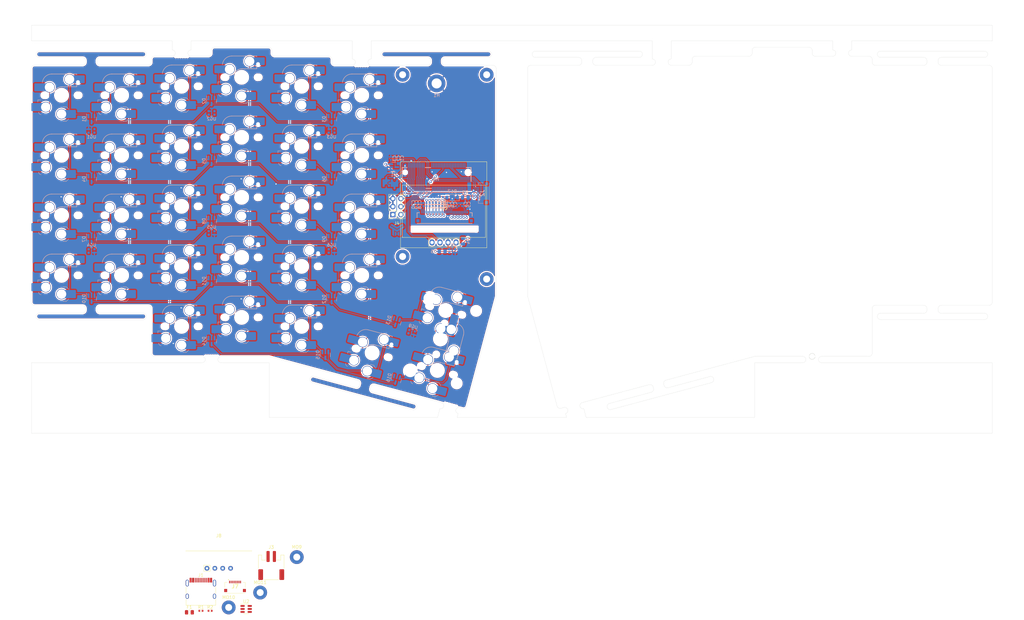
<source format=kicad_pcb>
(kicad_pcb (version 20211014) (generator pcbnew)
  (title_block (title "ISS: International Standard Split") (date "2022-03-26") (rev "1") (company "TapTap"))
  (layers (0 "F.Cu" signal) (31 "B.Cu" signal) (34 "B.Paste" user) (35 "F.Paste" user) (36 "B.SilkS" user "B.Silkscreen") (37 "F.SilkS" user "F.Silkscreen") (38 "B.Mask" user) (39 "F.Mask" user) (44 "Edge.Cuts" user))
  (net 0 "")
  (net 1 "/Left/vout")
  (net 2 "GND")
  (net 3 "Net-(C6-Pad2)")
  (net 4 "Net-(C8-Pad2)")
  (net 5 "Net-(C9-Pad2)")
  (net 6 "Net-(C10-Pad2)")
  (net 7 "Net-(C11-Pad1)")
  (net 8 "Net-(C11-Pad2)")
  (net 9 "Net-(C12-Pad2)")
  (net 10 "Net-(C13-Pad1)")
  (net 11 "Net-(C13-Pad2)")
  (net 12 "Net-(C14-Pad1)")
  (net 13 "Net-(C14-Pad2)")
  (net 14 "Net-(C15-Pad1)")
  (net 15 "Net-(C15-Pad2)")
  (net 16 "Net-(C16-Pad1)")
  (net 17 "Net-(C16-Pad2)")
  (net 18 "Net-(C17-Pad1)")
  (net 19 "Net-(C17-Pad2)")
  (net 20 "Net-(C18-Pad2)")
  (net 21 "Net-(C19-Pad2)")
  (net 22 "Net-(C20-Pad2)")
  (net 23 "/Left/3.3v")
  (net 24 "/Left/col5")
  (net 25 "Net-(C4-Pad1)")
  (net 26 "/Left/col0")
  (net 27 "/Left/col2")
  (net 28 "/Left/col3")
  (net 29 "/Left/col4")
  (net 30 "/Left/col1")
  (net 31 "/Left/col6")
  (net 32 "/Left/row1")
  (net 33 "/Left/row0")
  (net 34 "/Left/row2")
  (net 35 "/Left/row4")
  (net 36 "/Left/row3")
  (net 37 "/Left/vbus")
  (net 38 "/Left/vbat")
  (net 39 "/Left/DI+")
  (net 40 "/Left/DI-")
  (net 41 "/Left/DEBUG3")
  (net 42 "/Left/DEBUG2")
  (net 43 "/Left/DEBUG1")
  (net 45 "/Left/reset1")
  (net 46 "/Left/reset2")
  (net 49 "/Left/P0")
  (net 50 "/Left/P1")
  (net 51 "/Left/P15")
  (net 52 "/Left/P2")
  (net 53 "/Left/P16")
  (net 54 "/Left/P3")
  (net 55 "/Left/P17")
  (net 56 "/Left/P4")
  (net 57 "/Left/P18")
  (net 58 "/Left/P5")
  (net 59 "/Left/P19")
  (net 60 "/Left/P6")
  (net 61 "/Left/P20")
  (net 62 "/Left/P21")
  (net 63 "/Left/P8")
  (net 64 "/Left/P22")
  (net 65 "/Left/P9")
  (net 66 "/Left/P23")
  (net 67 "/Left/P10")
  (net 68 "/Left/P24")
  (net 69 "/Left/P11")
  (net 70 "/Left/P25")
  (net 71 "/Left/I2C1_SDA")
  (net 72 "/Left/P26")
  (net 73 "/Left/P27")
  (net 90 "Net-(J5-Pad1)")
  (net 91 "Net-(UG1-Pad1)")
  (net 92 "Net-(UG1-Pad3)")
  (net 93 "Net-(CH_SW9-Pad2)")
  (net 94 "Net-(CH_SW2-Pad1)")
  (net 95 "/Left/DIN")
  (net 96 "/Left/CLK")
  (net 97 "/Left/CS")
  (net 98 "/Left/DC")
  (net 99 "/Left/RST")
  (net 100 "/Left/BUSY")
  (net 101 "/Left/I2C2_SCL")
  (net 102 "/Left/I2C2_SDA")
  (net 103 "/Left/I2C1_SCL")
  (net 104 "Net-(CH_SW7-Pad2)")
  (net 105 "Net-(CH_SW4-Pad1)")
  (net 106 "Net-(CH_SW5-Pad2)")
  (net 107 "Net-(CH_SW6-Pad1)")
  (net 108 "Net-(CH_SW3-Pad2)")
  (net 109 "Net-(CH_SW8-Pad1)")
  (net 110 "Net-(CH_SW28-Pad2)")
  (net 111 "Net-(CH_SW10-Pad1)")
  (net 112 "Net-(CH_SW26-Pad2)")
  (net 113 "Net-(CH_SW12-Pad1)")
  (net 114 "Net-(CH_SW23-Pad2)")
  (net 115 "Net-(CH_SW14-Pad1)")
  (net 116 "Net-(CH_SW21-Pad2)")
  (net 117 "Net-(CH_SW16-Pad1)")
  (net 118 "Net-(CH_SW18-Pad1)")
  (net 119 "Net-(CH_SW19-Pad2)")
  (net 120 "Net-(CH_SW20-Pad1)")
  (net 121 "Net-(CH_SW17-Pad2)")
  (net 122 "Net-(CH_SW22-Pad1)")
  (net 123 "Net-(CH_SW15-Pad2)")
  (net 124 "Net-(CH_SW24-Pad1)")
  (net 125 "Net-(CH_SW13-Pad2)")
  (net 126 "Net-(CH_SW11-Pad2)")
  (net 127 "Net-(CH_SW27-Pad1)")
  (net 128 "Net-(CH_SW1-Pad2)")
  (net 129 "Net-(CH_SW25-Pad1)")
  (net 130 "Net-(CH_SW30-Pad1)")
  (net 133 "Net-(CH_SW29-Pad2)")
  (net 134 "/Left/DB_VCC")
  (net 135 "Net-(R5-Pad1)")
  (net 136 "/Left/rgbin")
  (net 137 "Net-(F1-Pad2)")
  (net 138 "Net-(J1-PadA5)")
  (net 139 "/Left/D+")
  (net 140 "/Left/D-")
  (net 142 "Net-(J1-PadB5)")
  (net 144 "/Left/BATT+")
  (net 145 "/Left/SPLIT_SDA")
  (net 146 "/Left/SPLIT_SCL")
  (net 149 "Net-(UG2-Pad3)")
  (net 150 "Net-(UG4-Pad1)")
  (net 151 "Net-(UG5-Pad1)")
  (net 152 "Net-(UG6-Pad1)")
  (net 153 "Net-(UG7-Pad1)")
  (footprint "Connector-pat-various:Magnetic Pogo 4 pin" (layer "F.Cu") (at 59.435 159.8625)
    (fp_text reference "J8")
    (fp_text value "SPLIT")
  )
  (footprint "Package_TO_SOT_SMD:SOT-23-6" (layer "F.Cu") (at 68.125 178.2625)
    (fp_text reference "U2")
    (fp_text value "SRV05-4")
  )
  (footprint "marbastlib-various:mousebites_2mm" (layer "F.Cu") (at 57.15 98.1075 90)
    (fp_text reference "MO1" hide)
    (fp_text value "Mousebite" hide)
    (fp_arc (start -2 3) (mid -1 2) (end 0 3) (layer "Edge.Cuts") (width 0.05))
    (fp_arc (start 0 -3) (mid -1 -2) (end -2 -3) (layer "Edge.Cuts") (width 0.05))
  )
  (footprint "Connector_USB:USB_C_Receptacle_HRO_TYPE-C-31-M-12" (layer "F.Cu") (at 53.755 173.1825)
    (fp_text reference "J1")
    (fp_text value "HRO-TYPEC-M12")
  )
  (footprint "MountingHole:MountingHole_2.2mm_M2_Pad" (layer "F.Cu") (at 72.575 173.0625)
    (fp_text reference "MO11")
    (fp_text value "MOUNTING")
  )
  (footprint "MountingHole:MountingHole_2.2mm_M2_Pad" (layer "F.Cu") (at 117.775 66.418053)
    (fp_text reference "MO7" hide)
    (fp_text value "WINDOW")
  )
  (footprint "Connector_PinSocket_2.54mm:PinSocket_2x03_P2.54mm_Vertical" (layer "F.Cu") (at 114.69 53.105 180)
    (fp_text reference "J4")
    (fp_text value "DEBUG")
  )
  (footprint "MountingHole:MountingHole_2.2mm_M2_Pad" (layer "F.Cu") (at 117.775 8.715)
    (fp_text reference "MO6" hide)
    (fp_text value "WINDOW")
  )
  (footprint "Connector-pat-various:100519220810EHLF" (layer "F.Cu") (at 64.6 171.4875)
    (fp_text reference "J7")
    (fp_text value "DB FFC" hide)
  )
  (footprint "MountingHole:MountingHole_2.2mm_M2_Pad" (layer "F.Cu") (at 144.454284 8.715)
    (fp_text reference "MO8" hide)
    (fp_text value "WINDOW")
  )
  (footprint "Connector_JST:JST_PH_S2B-PH-SM4-TB_1x02-1MP_P2.00mm_Horizontal" (layer "F.Cu") (at 76.085 164.4625)
    (fp_text reference "J3")
    (fp_text value "BATTERY")
  )
  (footprint "marbastlib-various:mousebites_2mm" (layer "F.Cu") (at 104.775 5.715 -90)
    (fp_text reference "MO4" hide)
    (fp_text value "Mousebite" hide)
    (fp_arc (start 0 -3) (mid -1 -2) (end -2 -3) (layer "Edge.Cuts") (width 0.05))
    (fp_arc (start -2 3) (mid -1 2) (end 0 3) (layer "Edge.Cuts") (width 0.05))
  )
  (footprint "marbastlib-mx:STAB_MX_ISO_FLIPPED" (layer "F.Cu") (at 131.282273 93.356077 -15)
    (fp_text reference "S1" hide)
    (fp_text value "ISO STAB")
  )
  (footprint "Resistor_SMD:R_0402_1005Metric" (layer "F.Cu") (at 56.685 178.8525)
    (fp_text reference "R2")
    (fp_text value "5.1k")
  )
  (footprint "Resistor_SMD:R_0805_2012Metric" (layer "F.Cu") (at 50.115 179.3325)
    (fp_text reference "F1")
    (fp_text value "Polyfuse")
  )
  (footprint "marbastlib-various:mousebites_2mm" (layer "F.Cu") (at 133.022469 113.545208 75)
    (fp_text reference "MO3" hide)
    (fp_text value "Mousebite" hide)
    (fp_arc (start 0 -3) (mid -1 -2) (end -2 -3) (layer "Edge.Cuts") (width 0.05))
    (fp_arc (start -2 3) (mid -1 2) (end 0 3) (layer "Edge.Cuts") (width 0.05))
  )
  (footprint "MountingHole:MountingHole_2.2mm_M2_Pad" (layer "F.Cu") (at 62.575 177.7825)
    (fp_text reference "MO10")
    (fp_text value "MOUNTING")
  )
  (footprint "MountingHole:MountingHole_2.2mm_M2_Pad" (layer "F.Cu") (at 144.454284 73.566746)
    (fp_text reference "MO5" hide)
    (fp_text value "WINDOW")
  )
  (footprint "Resistor_SMD:R_0402_1005Metric" (layer "F.Cu") (at 53.775 178.8525)
    (fp_text reference "R1")
    (fp_text value "5.1k")
  )
  (footprint "SSD1306:128x64OLED" (layer "F.Cu") (at 131.114642 51.350001 180)
    (fp_text reference "J5")
    (fp_text value "OLED")
  )
  (footprint "MountingHole:MountingHole_2.2mm_M2_Pad" (layer "F.Cu") (at 84.185 161.8125)
    (fp_text reference "MO9")
    (fp_text value "MOUNTING")
  )
  (footprint "marbastlib-various:mousebites_2mm" (layer "F.Cu") (at 47.625 2.8575 -90)
    (fp_text reference "MO2" hide)
    (fp_text value "Mousebite" hide)
    (fp_arc (start -2 3) (mid -1 2) (end 0 3) (layer "Edge.Cuts") (width 0.05))
    (fp_arc (start 0 -3) (mid -1 -2) (end -2 -3) (layer "Edge.Cuts") (width 0.05))
  )
  (footprint "marbastlib-various:mousebites_2mm" (layer "B.Cu") (at 200.025 5.715 -90)
    (fp_text reference "MO4" hide)
    (fp_text value "Mousebite" hide)
    (fp_arc (start -2 3) (mid -1 2) (end 0 3) (layer "Edge.Cuts") (width 0.05))
    (fp_arc (start 0 -3) (mid -1 -2) (end -2 -3) (layer "Edge.Cuts") (width 0.05))
  )
  (footprint "marbastlib-mx:SW_MX_HS_1u" (layer "B.Cu") (at 9.525 15.24 180)
    (fp_text reference "MX_SW1" hide)
    (fp_text value "GESC" hide)
  )
  (footprint "Capacitor_SMD:C_0402_1005Metric" (layer "B.Cu") (at 132.639642 49.910874 -90)
    (fp_text reference "C9")
    (fp_text value "1uF")
  )
  (footprint "Capacitor_SMD:C_0402_1005Metric" (layer "B.Cu") (at 137.639642 49.910874 90)
    (fp_text reference "C5")
    (fp_text value "4.7uF")
  )
  (footprint "MountingHole:MountingHole_3.2mm_M3_DIN965_Pad" (layer "B.Cu") (at 128.575 11.475)
    (fp_text reference "H1")
    (fp_text value "M.2 Mount (M3)")
  )
  (footprint "Package_TO_SOT_SMD:SOT-23" (layer "B.Cu") (at 57.15 17.065625 -90)
    (fp_text reference "D2")
    (fp_text value "~")
  )
  (footprint "marbastlib-mx:SW_MX_HS_1u" (layer "B.Cu") (at 9.525 34.29 180)
    (fp_text reference "MX_SW7" hide)
    (fp_text value "TAB" hide)
  )
  (footprint "marbastlib-choc:SW_choc_HS_1u" (layer "B.Cu") (at 28.575 72.39 180)
    (fp_text reference "CH_SW20" hide)
    (fp_text value "Z" hide)
  )
  (footprint "marbastlib-choc:SW_choc_HS_1u" (layer "B.Cu") (at 104.775 15.24 180)
    (fp_text reference "CH_SW6" hide)
    (fp_text value "5" hide)
  )
  (footprint "Package_TO_SOT_SMD:SOT-23" (layer "B.Cu") (at 95.25 60.880625 -90)
    (fp_text reference "D9")
    (fp_text value "~")
  )
  (footprint "Package_TO_SOT_SMD:SOT-23" (layer "B.Cu") (at 57.15 55.165625 -90)
    (fp_text reference "D8")
    (fp_text value "~")
  )
  (footprint "marbastlib-mx:SW_MX_HS_1u" (layer "B.Cu") (at 66.675 66.675 180)
    (fp_text reference "MX_SW22" hide)
    (fp_text value "C" hide)
  )
  (footprint "Capacitor_SMD:C_0402_1005Metric" (layer "B.Cu") (at 133.639643 49.910874 -90)
    (fp_text reference "C8")
    (fp_text value "1uF")
  )
  (footprint "Resistor_SMD:R_0805_2012Metric" (layer "B.Cu") (at 136.997858 61.537501 90)
    (fp_text reference "R4")
    (fp_text value "JUMPER")
  )
  (footprint "Resistor_SMD:R_0805_2012Metric" (layer "B.Cu") (at 130.3375 64.8 180)
    (fp_text reference "R5")
    (fp_text value "JUMPER")
  )
  (footprint "marbastlib-mx:SW_MX_HS_1u" (layer "B.Cu") (at 66.675 9.525 180)
    (fp_text reference "MX_SW4" hide)
    (fp_text value "3" hide)
  )
  (footprint "marbastlib-mx:SW_MX_HS_1.25u" (layer "B.Cu") (at 128.816303 102.557008 165)
    (fp_text reference "MX_SW30" hide)
    (fp_text value "THUMB 1" hide)
  )
  (footprint "marbastlib-mx:SW_MX_HS_1u" (layer "B.Cu") (at 85.725 69.5325 180)
    (fp_text reference "MX_SW23" hide)
    (fp_text value "V" hide)
  )
  (footprint "marbastlib-choc:SW_choc_HS_1u" (layer "B.Cu") (at 66.675 85.725 180)
    (fp_text reference "CH_SW27" hide)
    (fp_text value "WIN" hide)
  )
  (footprint "Capacitor_SMD:C_0402_1005Metric" (layer "B.Cu") (at 122.364642 49.910874 -90)
    (fp_text reference "C20")
    (fp_text value "1uF")
  )
  (footprint "Package_TO_SOT_SMD:SOT-23" (layer "B.Cu") (at 57.15 74.215625 -90)
    (fp_text reference "D11")
    (fp_text value "~")
  )
  (footprint "marbastlib-choc:SW_choc_HS_1u" (layer "B.Cu") (at 9.525 53.34 180)
    (fp_text reference "CH_SW13" hide)
    (fp_text value "CAPS" hide)
  )
  (footprint "marbastlib-choc:SW_choc_HS_1u" (layer "B.Cu") (at 9.525 34.29 180)
    (fp_text reference "CH_SW7" hide)
    (fp_text value "TAB" hide)
  )
  (footprint "marbastlib-mx:SW_MX_HS_1u" (layer "B.Cu") (at 47.625 69.5325 180)
    (fp_text reference "MX_SW21" hide)
    (fp_text value "X" hide)
  )
  (footprint "marbastlib-choc:SW_choc_HS_1u" (layer "B.Cu") (at 66.675 28.575 180)
    (fp_text reference "CH_SW10" hide)
    (fp_text value "E" hide)
  )
  (footprint "marbastlib-mx:SW_MX_HS_1u" (layer "B.Cu") (at 28.575 53.34 180)
    (fp_text reference "MX_SW14" hide)
    (fp_text value "A" hide)
  )
  (footprint "marbastlib-various:LED_WS2812_2020" (layer "B.Cu") (at 19.05 26.55)
    (fp_text reference "UG1")
    (fp_text value "WS2812_2020")
  )
  (footprint "marbastlib-mx:SW_MX_HS_1u" (layer "B.Cu") (at 66.675 28.575 180)
    (fp_text reference "MX_SW10" hide)
    (fp_text value "E" hide)
  )
  (footprint "marbastlib-mx:SW_MX_HS_1u" (layer "B.Cu") (at 129.779515 92.565186 75)
    (fp_text reference "MX_SW31" hide)
    (fp_text value "ISO" hide)
  )
  (footprint "marbastlib-mx:SW_MX_HS_1u" (layer "B.Cu") (at 66.675 47.625 180)
    (fp_text reference "MX_SW16" hide)
    (fp_text value "D" hide)
  )
  (footprint "Package_TO_SOT_SMD:SOT-23" (layer "B.Cu") (at 19.05 41.830625 -90)
    (fp_text reference "D4")
    (fp_text value "~")
  )
  (footprint "Capacitor_SMD:C_0402_1005Metric" (layer "B.Cu") (at 114.05 35.27 90)
    (fp_text reference "C3")
    (fp_text value "1uF")
  )
  (footprint "Package_TO_SOT_SMD:SOT-23" (layer "B.Cu") (at 115.676933 87.185423 -105)
    (fp_text reference "D13")
    (fp_text value "~")
  )
  (footprint "marbastlib-mx:SW_MX_HS_1u" (layer "B.Cu") (at 28.575 34.29 180)
    (fp_text reference "MX_SW8" hide)
    (fp_text value "Q" hide)
  )
  (footprint "marbastlib-mx:SW_MX_HS_1u" (layer "B.Cu") (at 104.775 72.39 180)
    (fp_text reference "MX_SW24" hide)
    (fp_text value "B" hide)
  )
  (footprint "marbastlib-choc:SW_choc_HS_1u" (layer "B.Cu") (at 85.725 88.5825 180)
    (fp_text reference "CH_SW28" hide)
    (fp_text value "ALT" hide)
  )
  (footprint "Capacitor_SMD:C_0402_1005Metric" (layer "B.Cu") (at 129.364642 49.910874 90)
    (fp_text reference "C13")
    (fp_text value "1uF")
  )
  (footprint "marbastlib-choc:SW_choc_HS_1u" (layer "B.Cu") (at 66.675 66.675 180)
    (fp_text reference "CH_SW22" hide)
    (fp_text value "C" hide)
  )
  (footprint "marbastlib-choc:SW_choc_HS_1u" (layer "B.Cu") (at 47.625 69.5325 180)
    (fp_text reference "CH_SW21" hide)
    (fp_text value "X" hide)
  )
  (footprint "marbastlib-mx:SW_MX_HS_1.5u" (layer "B.Cu") (at 131.446695 83.539806 165)
    (fp_text reference "MX_SW25" hide)
    (fp_text value "THUMB 2" hide)
  )
  (footprint "Package_TO_SOT_SMD:SOT-23" (layer "B.Cu") (at 19.05 79.771875 -90)
    (fp_text reference "D10")
    (fp_text value "~")
  )
  (footprint "Resistor_SMD:R_0805_2012Metric" (layer "B.Cu") (at 137.6825 47.71 180)
    (fp_text reference "R3")
    (fp_text value "JUMPER")
  )
  (footprint "marbastlib-choc:SW_choc_HS_1u" (layer "B.Cu") (at 47.625 31.4325 180)
    (fp_text reference "CH_SW9" hide)
    (fp_text value "w" hide)
  )
  (footprint "marbastlib-mx:SW_MX_HS_1u" (layer "B.Cu") (at 47.625 12.3825 180)
    (fp_text reference "MX_SW3" hide)
    (fp_text value "2" hide)
  )
  (footprint "marbastlib-choc:SW_choc_HS_1u" (layer "B.Cu") (at 47.625 12.3825 180)
    (fp_text reference "CH_SW3" hide)
    (fp_text value "2" hide)
  )
  (footprint "Package_TO_SOT_SMD:SOT-23" (layer "B.Cu") (at 95.25 22.780625 -90)
    (fp_text reference "D3")
    (fp_text value "~")
  )
  (footprint "Capacitor_SMD:C_0402_1005Metric" (layer "B.Cu") (at 125.364642 49.910874 90)
    (fp_text reference "C17")
    (fp_text value "2.2uF")
  )
  (footprint "marbastlib-various:LED_WS2812_2020" (layer "B.Cu") (at 19.05 64.65 180)
    (fp_text reference "UG4")
    (fp_text value "WS2812_2020")
  )
  (footprint "marbastlib-mx:SW_MX_HS_1u" (layer "B.Cu") (at 85.725 50.4825 180)
    (fp_text reference "MX_SW17" hide)
    (fp_text value "F" hide)
  )
  (footprint "marbastlib-choc:SW_choc_HS_1u" (layer "B.Cu") (at 28.575 34.29 180)
    (fp_text reference "CH_SW8" hide)
    (fp_text value "Q" hide)
  )
  (footprint "Capacitor_SMD:C_0402_1005Metric" (layer "B.Cu") (at 134.639641 49.910874 -90)
    (fp_text reference "C6")
    (fp_text value ".1uF")
  )
  (footprint "marbastlib-mx:SW_MX_HS_1u" (layer "B.Cu") (at 85.725 88.5825 180)
    (fp_text reference "MX_SW28" hide)
    (fp_text value "ALT" hide)
  )
  (footprint "marbastlib-choc:SW_choc_HS_1.25u" (layer "B.Cu") (at 128.816303 102.557008 165)
    (fp_text reference "CH_SW30" hide)
    (fp_text value "THUMB 1" hide)
  )
  (footprint "marbastlib-mx:SW_MX_HS_1u" (layer "B.Cu") (at 9.525 53.34 180)
    (fp_text reference "MX_SW13" hide)
    (fp_text value "CAPS" hide)
  )
  (footprint "LogoSmall:LogoSmall_Cu" (layer "B.Cu") (at 113.9 43.1 180)
    (fp_text reference "LO2" hide)
    (fp_text value "MUD LOGO" hide)
  )
  (footprint "Capacitor_SMD:C_0402_1005Metric" (layer "B.Cu") (at 115.4 35.27 90)
    (fp_text reference "C2")
    (fp_text value "1uF")
  )
  (footprint "marbastlib-mx:SW_MX_HS_1u" (layer "B.Cu") (at 85.725 31.4325 180)
    (fp_text reference "MX_SW11" hide)
    (fp_text value "R" hide)
  )
  (footprint "marbastlib-choc:SW_choc_HS_1u" (layer "B.Cu") (at 66.675 47.625 180)
    (fp_text reference "CH_SW16" hide)
    (fp_text value "D" hide)
  )
  (footprint "marbastlib-various:mousebites_2mm" (layer "B.Cu") (at 171.8861 113.545208 105)
    (fp_text reference "MO3" hide)
    (fp_text value "Mousebite" hide)
    (fp_arc (start 0 -3) (mid -1 -2) (end -2 -3) (layer "Edge.Cuts") (width 0.05))
    (fp_arc (start -2 3) (mid -1 2) (end 0 3) (layer "Edge.Cuts") (width 0.05))
  )
  (footprint "marbastlib-choc:SW_choc_HS_1u" (layer "B.Cu") (at 85.725 12.3825 180)
    (fp_text reference "CH_SW5" hide)
    (fp_text value "4" hide)
  )
  (footprint "marbastlib-choc:SW_choc_HS_1u" (layer "B.Cu") (at 104.775 34.29 180)
    (fp_text reference "CH_SW12" hide)
    (fp_text value "T" hide)
  )
  (footprint "Capacitor_SMD:C_0402_1005Metric" (layer "B.Cu") (at 131.639642 49.910874 -90)
    (fp_text reference "C10")
    (fp_text value "1uF")
  )
  (footprint "marbastlib-choc:SW_choc_HS_1u" (layer "B.Cu") (at 104.775 72.39 180)
    (fp_text reference "CH_SW24" hide)
    (fp_text value "B" hide)
  )
  (footprint "marbastlib-mx:SW_MX_HS_1u" (layer "B.Cu") (at 47.625 31.4325 180)
    (fp_text reference "MX_SW9" hide)
    (fp_text value "w" hide)
  )
  (footprint "marbastlib-mx:SW_MX_HS_1u" (layer "B.Cu") (at 47.625 88.5825 180)
    (fp_text reference "MX_SW26" hide)
    (fp_text value "CTRL" hide)
  )
  (footprint "marbastlib-mx:SW_MX_HS_1u" (layer "B.Cu") (at 9.525 72.39 180)
    (fp_text reference "MX_SW19" hide)
    (fp_text value "SHIFT" hide)
  )
  (footprint "marbastlib-mx:SW_MX_HS_1u" (layer "B.Cu") (at 104.775 53.34 180)
    (fp_text reference "MX_SW18" hide)
    (fp_text value "G" hide)
  )
  (footprint "marbastlib-choc:SW_choc_HS_1u" (layer "B.Cu") (at 85.725 69.5325 180)
    (fp_text reference "CH_SW23" hide)
    (fp_text value "V" hide)
  )
  (footprint "marbastlib-choc:SW_choc_HS_1u" (layer "B.Cu") (at 47.625 50.4825 180)
    (fp_text reference "CH_SW15" hide)
    (fp_text value "S" hide)
  )
  (footprint "Capacitor_SMD:C_0402_1005Metric" (layer "B.Cu") (at 127.364643 49.910874 90)
    (fp_text reference "C15")
    (fp_text value "1uF")
  )
  (footprint "marbastlib-choc:SW_choc_HS_1u" (layer "B.Cu") (at 66.675 9.525 180)
    (fp_text reference "CH_SW4" hide)
    (fp_text value "3" hide)
  )
  (footprint "marbastlib-various:LED_WS2812_2020" (layer "B.Cu") (at 57.15 58.935 180)
    (fp_text reference "UG5")
    (fp_text value "WS2812_2020")
  )
  (footprint "Capacitor_SMD:C_0402_1005Metric" (layer "B.Cu") (at 135.639642 49.910874 -90)
    (fp_text reference "C7")
    (fp_text value "1uF")
  )
  (footprint "Package_TO_SOT_SMD:SOT-23" (layer "B.Cu") (at 95.25 79.930625 -90)
    (fp_text reference "D12")
    (fp_text value "~")
  )
  (footprint "Capacitor_SMD:C_0402_1005Metric" (layer "B.Cu") (at 123.364641 49.910874 -90)
    (fp_text reference "C19")
    (fp_text value "2.2uF")
  )
  (footprint "Package_TO_SOT_SMD:SOT-23" (layer "B.Cu") (at 19.05 22.780625 -90)
    (fp_text reference "D1")
    (fp_text value "BAV70_Small")
  )
  (footprint "marbastlib-various:LED_WS2812_2020" (layer "B.Cu") (at 133.547858 64.65 180)
    (fp_text reference "UG7")
    (fp_text value "WS2812_2020")
  )
  (footprint "marbastlib-mx:SW_MX_HS_1u" (layer "B.Cu") (at 66.675 85.725 180)
    (fp_text reference "MX_SW27" hide)
    (fp_text value "WIN" hide)
  )
  (footprint "marbastlib-various:LED_WS2812_2020" (layer "B.Cu") (at 120.65 90.4875 165)
    (fp_text reference "UG9")
    (fp_text value "WS2812_2020")
  )
  (footprint "marbastlib-mx:SW_MX_HS_1u" (layer "B.Cu") (at 47.625 50.4825 180)
    (fp_text reference "MX_SW15" hide)
    (fp_text value "S" hide)
  )
  (footprint "marbastlib-choc:SW_choc_HS_1u" (layer "B.Cu") (at 9.525 15.24 180)
    (fp_text reference "CH_SW1" hide)
    (fp_text value "GESC" hide)
  )
  (footprint "marbastlib-mx:SW_MX_HS_1u" (layer "B.Cu") (at 104.775 34.29 180)
    (fp_text reference "MX_SW12" hide)
    (fp_text value "T" hide)
  )
  (footprint "marbastlib-choc:SW_choc_HS_1u" (layer "B.Cu") (at 108.115797 97.010479 165)
    (fp_text reference "CH_SW29" hide)
    (fp_text value "FN" hide)
  )
  (footprint "marbastlib-choc:SW_choc_HS_1u" (layer "B.Cu") (at 104.775 53.34 180)
    (fp_text reference "CH_SW18" hide)
    (fp_text value "G" hide)
  )
  (footprint "Capacitor_SMD:C_0402_1005Metric" (layer "B.Cu") (at 130.364642 49.910874 90)
    (fp_text reference "C11")
    (fp_text value "1uF")
  )
  (footprint "m2ngff:m2-bracket-key-e" (layer "B.Cu") (at 128.575 41.225001)
    (fp_text reference "M1")
    (fp_text value "M.2_Key_E")
  )
  (footprint "marbastlib-choc:SW_choc_HS_1u" (layer "B.Cu") (at 85.725 50.4825 180)
    (fp_text reference "CH_SW17" hide)
    (fp_text value "F" hide)
  )
  (footprint "Connector-pat-various:100519223010ELF" (layer "B.Cu") (at 131.114642 54.140873 180)
    (fp_text reference "J6")
    (fp_text value "EPAPER RIBBON" hide)
  )
  (footprint "marbastlib-choc:SW_choc_HS_1u" (layer "B.Cu") (at 85.725 31.4325 180)
    (fp_text reference "CH_SW11" hide)
    (fp_text value "R" hide)
  )
  (footprint "Capacitor_SMD:C_0402_1005Metric" (layer "B.Cu") (at 130.084642 47.540874)
    (fp_text reference "C12")
    (fp_text value "1uF")
  )
  (footprint "Connector-pat-various:100519220810EHLF" (layer "B.Cu") (at 143.4575 46.3 -90)
    (fp_text reference "J2")
    (fp_text value "DB FFC" hide)
  )
  (footprint "marbastlib-choc:SW_choc_HS_1u" (layer "B.Cu") (at 28.575 15.24 180)
    (fp_text reference "CH_SW2" hide)
    (fp_text value "1" hide)
  )
  (footprint "marbastlib-various:LED_WS2812_2020" (layer "B.Cu") (at 95.25 26.55)
    (fp_text reference "UG3")
    (fp_text value "WS2812_2020")
  )
  (footprint "Capacitor_SMD:C_0402_1005Metric" (layer "B.Cu") (at 136.639642 49.910874 90)
    (fp_text reference "C4")
    (fp_text value ".1uF")
  )
  (footprint "marbastlib-various:LED_WS2812_2020" (layer "B.Cu") (at 57.15 20.835)
    (fp_text reference "UG2")
    (fp_text value "WS2812_2020")
  )
  (footprint "Capacitor_SMD:C_0402_1005Metric" (layer "B.Cu") (at 128.364642 49.910874 90)
    (fp_text reference "C14")
    (fp_text value "1uF")
  )
  (footprint "marbastlib-choc:SW_choc_HS_1u" (layer "B.Cu") (at 28.575 53.34 180)
    (fp_text reference "CH_SW14" hide)
    (fp_text value "A" hide)
  )
  (footprint "marbastlib-mx:SW_MX_HS_1u" (layer "B.Cu") (at 104.775 15.24 180)
    (fp_text reference "MX_SW6" hide)
    (fp_text value "5" hide)
  )
  (footprint "marbastlib-various:LED_WS2812_2020" (layer "B.Cu") (at 95.25 64.65 180)
    (fp_text reference "UG6")
    (fp_text value "WS2812_2020")
  )
  (footprint "marbastlib-various:mousebites_2mm" (layer "B.Cu") (at 247.758568 98.1075 90)
    (fp_text reference "MO1" hide)
    (fp_text value "Mousebite" hide)
    (fp_arc (start 0 -3) (mid -1 -2) (end -2 -3) (layer "Edge.Cuts") (width 0.05))
    (fp_arc (start -2 3) (mid -1 2) (end 0 3) (layer "Edge.Cuts") (width 0.05))
  )
  (footprint "marbastlib-choc:SW_choc_HS_1u" (layer "B.Cu") (at 9.525 72.39 180)
    (fp_text reference "CH_SW19" hide)
    (fp_text value "SHIFT" hide)
  )
  (footprint "LogoSmall:tt_4mm" (layer "B.Cu") (at 116 58 180)
    (fp_text reference "LO1" hide)
    (fp_text value "TapTap Logo" hide)
  )
  (footprint "marbastlib-mx:SW_MX_HS_1u" (layer "B.Cu") (at 85.725 12.3825 180)
    (fp_text reference "MX_SW5" hide)
    (fp_text value "4" hide)
  )
  (footprint "Package_TO_SOT_SMD:SOT-23" (layer "B.Cu") (at 19.05 60.880625 -90)
    (fp_text reference "D7")
    (fp_text value "~")
  )
  (footprint "marbastlib-mx:SW_MX_HS_1u" (layer "B.Cu") (at 28.575 72.39 180)
    (fp_text reference "MX_SW20" hide)
    (fp_text value "Z" hide)
  )
  (footprint "Capacitor_SMD:C_0402_1005Metric" (layer "B.Cu") (at 116.45 35.27 90)
    (fp_text reference "C1")
    (fp_text value "4.7uF")
  )
  (footprint "marbastlib-mx:SW_MX_HS_1u" (layer "B.Cu") (at 108.115797 97.010479 165)
    (fp_text reference "MX_SW29" hide)
    (fp_text value "FN" hide)
  )
  (footprint "Package_TO_SOT_SMD:SOT-23" (layer "B.Cu") (at 114.9875 38.05)
    (fp_text reference "U1")
    (fp_text value "XC6206P332MR")
  )
  (footprint "marbastlib-choc:SW_choc_HS_1u" (layer "B.Cu") (at 47.625 88.5825 180)
    (fp_text reference "CH_SW26" hide)
    (fp_text value "CTRL" hide)
  )
  (footprint "marbastlib-choc:SW_choc_HS_1.5u" (layer "B.Cu") (at 131.446696 83.539807 165)
    (fp_text reference "CH_SW25" hide)
    (fp_text value "THUMB 2" hide)
  )
  (footprint "Package_TO_SOT_SMD:SOT-23" (layer "B.Cu") (at 115.75 105.5 -105)
    (fp_text reference "D16")
    (fp_text value "~")
  )
  (footprint "Diode_SMD:D_SOD-123" (layer "B.Cu") (at 133.539642 47.740874 180)
    (fp_text reference "D17")
    (fp_text value "D")
  )
  (footprint "Package_TO_SOT_SMD:SOT-23" (layer "B.Cu") (at 95.25 41.830625 -90)
    (fp_text reference "D6")
    (fp_text value "~")
  )
  (footprint "Package_TO_SOT_SMD:SOT-23" (layer "B.Cu") (at 93.265625 97.63125 -90)
    (fp_text reference "D15")
    (fp_text value "~")
  )
  (footprint "Capacitor_SMD:C_0402_1005Metric" (layer "B.Cu") (at 124.364642 49.910874 -90)
    (fp_text reference "C18")
    (fp_text value "1uF")
  )
  (footprint "marbastlib-various:mousebites_2mm" (layer "B.Cu") (at 257.283568 2.8575 -90)
    (fp_text reference "MO2" hide)
    (fp_text value "Mousebite" hide)
    (fp_arc (start 0 -3) (mid -1 -2) (end -2 -3) (layer "Edge.Cuts") (width 0.05))
    (fp_arc (start -2 3) (mid -1 2) (end 0 3) (layer "Edge.Cuts") (width 0.05))
  )
  (footprint "Package_TO_SOT_SMD:SOT-23" (layer "B.Cu") (at 57.15 36.115625 -90)
    (fp_text reference "D5")
    (fp_text value "~")
  )
  (footprint "marbastlib-mx:SW_MX_HS_1u" (layer "B.Cu") (at 28.575 15.24 180)
    (fp_text reference "MX_SW2" hide)
    (fp_text value "1" hide)
  )
  (footprint "Package_TO_SOT_SMD:SOT-23" (layer "B.Cu") (at 57.15 93.265625 -90)
    (fp_text reference "D14")
    (fp_text value "~")
  )
  (footprint "Capacitor_SMD:C_0402_1005Metric" (layer "B.Cu") (at 126.364642 49.910874 90)
    (fp_text reference "C16")
    (fp_text value "1uF")
  )
  (gr_line (start 176.026053 117.5) (end 175.301516 114.700603) (layer "Edge.Cuts") (width 0.05))
  (gr_line (start 168.988323 114.321665) (end 168.022397 114.580484) (layer "Edge.Cuts") (width 0.05))
  (gr_arc (start 125.754284 3.215) (mid 126.461391 3.507893) (end 126.754284 4.215) (layer "Edge.Cuts") (width 0.05))
  (gr_arc (start 215.282643 104.505329) (mid 216.507388 105.212436) (end 215.800281 106.437181) (layer "Edge.Cuts") (width 0.05))
  (gr_line (start 38.1 3.8575) (end 38.1 4.715) (layer "Edge.Cuts") (width 0.05))
  (gr_arc (start 183.924729 114.978209) (mid 182.699984 114.271103) (end 183.407091 113.046358) (layer "Edge.Cuts") (width 0.05))
  (gr_arc (start 75.276507 98.1075) (mid 75.407033 98.116055) (end 75.535326 98.141574) (layer "Edge.Cuts") (width 0.05))
  (gr_line (start 287.708568 4.215) (end 287.708568 4.715) (layer "Edge.Cuts") (width 0.05))
  (gr_arc (start 138.110917 113.873377) (mid 137.644991 114.480583) (end 136.886172 114.580484) (layer "Edge.Cuts") (width 0.05))
  (gr_line (start 229.501535 117.5) (end 229.501535 100.1075) (layer "Edge.Cuts") (width 0.05))
  (gr_arc (start 94.25 2.8575) (mid 94.957107 3.150393) (end 95.25 3.8575) (layer "Edge.Cuts") (width 0.05))
  (gr_arc (start 288.708568 84.415) (mid 288.001462 84.122106) (end 287.708568 83.415) (layer "Edge.Cuts") (width 0.05))
  (gr_arc (start 196.041523 107.072781) (mid 196.800342 107.172682) (end 197.266268 107.779888) (layer "Edge.Cuts") (width 0.05))
  (gr_arc (start 168.022397 114.580484) (mid 167.263578 114.480583) (end 166.797652 113.873377) (layer "Edge.Cuts") (width 0.05))
  (gr_line (start 130.254284 4.715) (end 130.254284 4.215) (layer "Edge.Cuts") (width 0.05))
  (gr_line (start 269.458568 1.215) (end 302.458568 1.215) (layer "Edge.Cuts") (width 0.05))
  (gr_line (start 107.775 3.715) (end 107.775 -2) (layer "Edge.Cuts") (width 0.05))
  (gr_arc (start 174.654284 4.715) (mid 174.361391 5.422107) (end 173.654284 5.715) (layer "Edge.Cuts") (width 0.05))
  (gr_arc (start 20.7 4.215) (mid 20.992893 3.507893) (end 21.7 3.215) (layer "Edge.Cuts") (width 0.05))
  (gr_arc (start 21.7 84.415) (mid 20.992893 84.122107) (end 20.7 83.415) (layer "Edge.Cuts") (width 0.05))
  (gr_arc (start 145.004284 1.215) (mid 146.004284 2.215) (end 145.004284 3.215) (layer "Edge.Cuts") (width 0.05))
  (gr_arc (start 267.808568 5.715) (mid 267.101462 5.422106) (end 266.808568 4.715) (layer "Edge.Cuts") (width 0.05))
  (gr_line (start 50.625 -2) (end 101.775 -2) (layer "Edge.Cuts") (width 0.05))
  (gr_line (start 304.908568 6.715) (end 304.908568 80.915) (layer "Edge.Cuts") (width 0.05))
  (gr_line (start 173.654284 3.215) (end 159.904284 3.215) (layer "Edge.Cuts") (width 0.05))
  (gr_line (start 16.2 5.715) (end 1 5.715) (layer "Edge.Cuts") (width 0.05))
  (gr_line (start 57.15 1) (end 57.15 1.8575) (layer "Edge.Cuts") (width 0.05))
  (gr_line (start 208.658568 5.715) (end 203.025 5.715) (layer "Edge.Cuts") (width 0.05))
  (gr_line (start 1 81.915) (end 16.2 81.915) (layer "Edge.Cuts") (width 0.05))
  (gr_line (start 75.407033 100.1075) (end 60.15 100.1075) (layer "Edge.Cuts") (width 0.05))
  (gr_arc (start 2.45 86.415) (mid 1.45 85.415) (end 2.45 84.415) (layer "Edge.Cuts") (width 0.05))
  (gr_line (start 129.607053 114.700603) (end 128.882516 117.5) (layer "Edge.Cuts") (width 0.05))
  (gr_line (start 203.025 -2) (end 254.283568 -2) (layer "Edge.Cuts") (width 0.05))
  (gr_line (start 260.283568 -2) (end 304.908567 -2) (layer "Edge.Cuts") (width 0.05))
  (gr_line (start 146.454284 5.715) (end 131.254284 5.715) (layer "Edge.Cuts") (width 0.05))
  (gr_line (start 178.154284 4.215) (end 178.154284 4.715) (layer "Edge.Cuts") (width 0.05))
  (gr_arc (start 284.208568 4.715) (mid 283.915675 5.422107) (end 283.208568 5.715) (layer "Edge.Cuts") (width 0.05))
  (gr_line (start 192.904284 3.215) (end 179.154284 3.215) (layer "Edge.Cuts") (width 0.05))
  (gr_arc (start 200.647009 106.874021) (mid 200.746909 106.115202) (end 201.354115 105.649276) (layer "Edge.Cuts") (width 0.05))
  (gr_line (start 247.758568 1) (end 247.758568 1.8575) (layer "Edge.Cuts") (width 0.05))
  (gr_arc (start 283.208568 81.915) (mid 283.915675 82.207893) (end 284.208568 82.915) (layer "Edge.Cuts") (width 0.05))
  (gr_arc (start 131.254284 5.715) (mid 130.547177 5.422107) (end 130.254284 4.715) (layer "Edge.Cuts") (width 0.05))
  (gr_line (start 94.25 2.8575) (end 77.2 2.8575) (layer "Edge.Cuts") (width 0.05))
  (gr_line (start 75.407033 117.5) (end 128.882516 117.5) (layer "Edge.Cuts") (width 0.05))
  (gr_line (start 229.708568 0) (end 246.758568 0) (layer "Edge.Cuts") (width 0.05))
  (gr_arc (start 96.25 5.715) (mid 95.542893 5.422107) (end 95.25 4.715) (layer "Edge.Cuts") (width 0.05))
  (gr_line (start 107.512891 108.262851) (end 107.6423 107.779888) (layer "Edge.Cuts") (width 0.05))
  (gr_line (start 54.15 100.1075) (end 0 100.1075) (layer "Edge.Cuts") (width 0.05))
  (gr_line (start 89.108287 106.437181) (end 120.98384 114.978209) (layer "Edge.Cuts") (width 0.05))
  (gr_line (start 60.15 98.1075) (end 75.276507 98.1075) (layer "Edge.Cuts") (width 0.05))
  (gr_line (start 0 100.1075) (end 0 122.5) (layer "Edge.Cuts") (width 0.05))
  (gr_arc (start 304.908568 80.915) (mid 304.615675 81.622107) (end 303.908568 81.915) (layer "Edge.Cuts") (width 0.05))
  (gr_line (start 200.647009 106.874021) (end 200.776418 107.356984) (layer "Edge.Cuts") (width 0.05))
  (gr_arc (start 107.6423 107.779888) (mid 108.108226 107.172682) (end 108.867045 107.072781) (layer "Edge.Cuts") (width 0.05))
  (gr_line (start 166.797652 113.873377) (end 157.488358 79.130621) (layer "Edge.Cuts") (width 0.05))
  (gr_line (start 158.454284 5.715) (end 173.654284 5.715) (layer "Edge.Cuts") (width 0.05))
  (gr_line (start 107.775 5.715) (end 125.754284 5.715) (layer "Edge.Cuts") (width 0.05))
  (gr_line (start 157.454284 78.871802) (end 157.454284 6.715) (layer "Edge.Cuts") (width 0.05))
  (gr_circle (center 247.758568 98.1075) (end 247.65 97.155) (layer "Edge.Cuts") (width 0.1) (fill none))
  (gr_line (start 304.908568 122.5) (end 304.908568 100.1075) (layer "Edge.Cuts") (width 0.05))
  (gr_arc (start 147.454284 78.871802) (mid 147.445729 79.002328) (end 147.42021 79.130621) (layer "Edge.Cuts") (width 0.05))
  (gr_line (start 203.025 3.715) (end 203.025 -2) (layer "Edge.Cuts") (width 0.05))
  (gr_line (start 138.110917 113.873377) (end 147.42021 79.130621) (layer "Edge.Cuts") (width 0.05))
  (gr_arc (start 269.458568 3.215) (mid 268.458568 2.215) (end 269.458568 1.215) (layer "Edge.Cuts") (width 0.05))
  (gr_line (start 0 -7) (end 0 -2) (layer "Edge.Cuts") (width 0.05))
  (gr_line (start 266.808568 82.915) (end 266.808568 97.1075) (layer "Edge.Cuts") (width 0.05))
  (gr_line (start 135.402608 116.253517) (end 135.079994 117.5) (layer "Edge.Cuts") (width 0.05))
  (gr_line (start 0 122.5) (end 304.908568 122.5) (layer "Edge.Cuts") (width 0.05))
  (gr_arc (start 20.7 82.915) (mid 20.992893 82.207893) (end 21.7 81.915) (layer "Edge.Cuts") (width 0.05))
  (gr_line (start 44.625 -2) (end 44.625 0.8575) (layer "Edge.Cuts") (width 0.05))
  (gr_line (start 76.2 1.8575) (end 76.2 1) (layer "Edge.Cuts") (width 0.05))
  (gr_arc (start 159.904284 3.215) (mid 158.904284 2.215) (end 159.904284 1.215) (layer "Edge.Cuts") (width 0.05))
  (gr_arc (start 130.254284 4.215) (mid 130.547177 3.507893) (end 131.254284 3.215) (layer "Edge.Cuts") (width 0.05))
  (gr_arc (start 16.2 3.215) (mid 16.907107 3.507893) (end 17.2 4.215) (layer "Edge.Cuts") (width 0.05))
  (gr_line (start 174.654284 4.715) (end 174.654284 4.215) (layer "Edge.Cuts") (width 0.05))
  (gr_line (start 95.25 4.715) (end 95.25 3.8575) (layer "Edge.Cuts") (width 0.05))
  (gr_line (start 304.908568 100.1075) (end 250.758568 100.1075) (layer "Edge.Cuts") (width 0.05))
  (gr_arc (start 112.004284 3.215) (mid 111.004284 2.215) (end 112.004284 1.215) (layer "Edge.Cuts") (width 0.05))
  (gr_arc (start 75.2 0) (mid 75.907107 0.292893) (end 76.2 1) (layer "Edge.Cuts") (width 0.05))
  (gr_arc (start 228.708568 1) (mid 229.001462 0.292894) (end 229.708568 0) (layer "Edge.Cuts") (width 0.05))
  (gr_line (start 35.45 1.215) (end 2.45 1.215) (layer "Edge.Cuts") (width 0.05))
  (gr_line (start 104.26156 106.874021) (end 104.13215 107.356984) (layer "Edge.Cuts") (width 0.05))
  (gr_rect (start 120.689642 56.915873) (end 141.539642 58.5) (layer "Edge.Cuts") (width 0.05) (fill none))
  (gr_line (start 283.208568 3.215) (end 269.458568 3.215) (layer "Edge.Cuts") (width 0.05))
  (gr_arc (start 0 6.715) (mid 0.292893 6.007893) (end 1 5.715) (layer "Edge.Cuts") (width 0.05))
  (gr_arc (start 21.7 5.715) (mid 20.992893 5.422107) (end 20.7 4.715) (layer "Edge.Cuts") (width 0.05))
  (gr_line (start 75.407033 100.1075) (end 75.407033 117.5) (layer "Edge.Cuts") (width 0.05))
  (gr_line (start 126.754284 4.215) (end 126.754284 4.715) (layer "Edge.Cuts") (width 0.05))
  (gr_arc (start 302.458568 1.215) (mid 303.458568 2.215) (end 302.458568 3.215) (layer "Edge.Cuts") (width 0.05))
  (gr_line (start 130.124692 112.768751) (end 108.867045 107.072781) (layer "Edge.Cuts") (width 0.05))
  (gr_arc (start 103.554453 105.649276) (mid 104.16166 106.115202) (end 104.26156 106.874021) (layer "Edge.Cuts") (width 0.05))
  (gr_arc (start 246.758568 0) (mid 247.465675 0.292893) (end 247.758568 1) (layer "Edge.Cuts") (width 0.05))
  (gr_line (start 75.535326 98.141574) (end 103.554453 105.649276) (layer "Edge.Cuts") (width 0.05))
  (gr_arc (start 265.808568 2.8575) (mid 266.515675 3.150393) (end 266.808568 3.8575) (layer "Edge.Cuts") (width 0.05))
  (gr_line (start 17.2 82.915) (end 17.2 83.415) (layer "Edge.Cuts") (width 0.05))
  (gr_line (start 197.395678 108.262851) (end 197.266268 107.779888) (layer "Edge.Cuts") (width 0.05))
  (gr_arc (start 266.808568 82.915) (mid 267.101462 82.207894) (end 267.808568 81.915) (layer "Edge.Cuts") (width 0.05))
  (gr_line (start 209.658568 4.715) (end 209.658568 3.8575) (layer "Edge.Cuts") (width 0.05))
  (gr_line (start 159.904284 1.215) (end 192.904284 1.215) (layer "Edge.Cuts") (width 0.05))
  (gr_line (start 101.775 -2) (end 101.775 3.715) (layer "Edge.Cuts") (width 0.05))
  (gr_line (start 210.658568 2.8575) (end 227.708568 2.8575) (layer "Edge.Cuts") (width 0.05))
  (gr_line (start 304.908567 -7) (end 0 -7) (layer "Edge.Cuts") (width 0.05))
  (gr_arc (start 266.808568 97.1075) (mid 266.515675 97.814607) (end 265.808568 98.1075) (layer "Edge.Cuts") (width 0.05))
  (gr_line (start 254.283568 2.8575) (end 248.758568 2.8575) (layer "Edge.Cuts") (width 0.05))
  (gr_arc (start 209.658568 3.8575) (mid 209.951462 3.150394) (end 210.658568 2.8575) (layer "Edge.Cuts") (width 0.05))
  (gr_line (start 54.15 98.1075) (end 39.1 98.1075) (layer "Edge.Cuts") (width 0.05))
  (gr_arc (start 77.2 2.8575) (mid 76.492893 2.564607) (end 76.2 1.8575) (layer "Edge.Cuts") (width 0.05))
  (gr_line (start 254.283568 -2) (end 254.283568 0.8575) (layer "Edge.Cuts") (width 0.05))
  (gr_line (start 20.7 4.715) (end 20.7 4.215) (layer "Edge.Cuts") (width 0.05))
  (gr_arc (start 38.1 4.715) (mid 37.807107 5.422107) (end 37.1 5.715) (layer "Edge.Cuts") (width 0.05))
  (gr_arc (start 178.154284 4.215) (mid 178.447177 3.507893) (end 179.154284 3.215) (layer "Edge.Cuts") (width 0.05))
  (gr_line (start 229.501535 117.5) (end 176.026053 117.5) (layer "Edge.Cuts") (width 0.05))
  (gr_line (start 267.808568 5.715) (end 283.208568 5.715) (layer "Edge.Cuts") (width 0.05))
  (gr_arc (start 229.373242 98.141574) (mid 229.501535 98.116055) (end 229.632061 98.1075) (layer "Edge.Cuts") (width 0.05))
  (gr_arc (start 1 81.915) (mid 0.292893 81.622107) (end 0 80.915) (layer "Edge.Cuts") (width 0.05))
  (gr_arc (start 287.708568 82.915) (mid 288.001462 82.207894) (end 288.708568 81.915) (layer "Edge.Cuts") (width 0.05))
  (gr_line (start 266.808568 3.8575) (end 266.808568 4.715) (layer "Edge.Cuts") (width 0.05))
  (gr_line (start 0 6.715) (end 0 80.915) (layer "Edge.Cuts") (width 0.05))
  (gr_line (start 56.15 2.8575) (end 50.625 2.8575) (layer "Edge.Cuts") (width 0.05))
  (gr_line (start 107.775 -2) (end 197.025 -2) (layer "Edge.Cuts") (width 0.05))
  (gr_line (start 37.1 5.715) (end 21.7 5.715) (layer "Edge.Cuts") (width 0.05))
  (gr_line (start 2.45 3.215) (end 16.2 3.215) (layer "Edge.Cuts") (width 0.05))
  (gr_line (start 202.001163 108.064091) (end 215.282643 104.505329) (layer "Edge.Cuts") (width 0.05))
  (gr_line (start 265.808568 98.1075) (end 250.758568 98.1075) (layer "Edge.Cuts") (width 0.05))
  (gr_line (start 283.208568 81.915) (end 267.808568 81.915) (layer "Edge.Cuts") (width 0.05))
  (gr_line (start 183.407091 113.046358) (end 196.688571 109.487596) (layer "Edge.Cuts") (width 0.05))
  (gr_line (start 39.1 2.8575) (end 44.625 2.8575) (layer "Edge.Cuts") (width 0.05))
  (gr_line (start 174.783877 112.768751) (end 196.041523 107.072781) (layer "Edge.Cuts") (width 0.05))
  (gr_arc (start 2.45 3.215) (mid 1.45 2.215) (end 2.45 1.215) (layer "Edge.Cuts") (width 0.05))
  (gr_arc (start 38.1 3.8575) (mid 38.392893 3.150393) (end 39.1 2.8575) (layer "Edge.Cuts") (width 0.05))
  (gr_arc (start 16.2 81.915) (mid 16.907107 82.207893) (end 17.2 82.915) (layer "Edge.Cuts") (width 0.05))
  (gr_arc (start 157.488358 79.130621) (mid 157.462839 79.002328) (end 157.454284 78.871802) (layer "Edge.Cuts") (width 0.05))
  (gr_line (start 101.775 5.715) (end 96.25 5.715) (layer "Edge.Cuts") (width 0.05))
  (gr_arc (start 39.1 98.1075) (mid 38.392893 97.814607) (end 38.1 97.1075) (layer "Edge.Cuts") (width 0.05))
  (gr_line (start 228.708568 1.8575) (end 228.708568 1) (layer "Edge.Cuts") (width 0.05))
  (gr_line (start 215.800281 106.437181) (end 183.924729 114.978209) (layer "Edge.Cuts") (width 0.05))
  (gr_line (start 197.025 5.715) (end 179.154284 5.715) (layer "Edge.Cuts") (width 0.05))
  (gr_line (start 269.458568 84.415) (end 283.208568 84.415) (layer "Edge.Cuts") (width 0.05))
  (gr_line (start 75.2 0) (end 58.15 0) (layer "Edge.Cuts") (width 0.05))
  (gr_line (start 0 -2) (end 44.625 -2) (layer "Edge.Cuts") (width 0.05))
  (gr_line (start 288.708568 5.715) (end 303.908568 5.715) (layer "Edge.Cuts") (width 0.05))
  (gr_line (start 131.254284 3.215) (end 145.004284 3.215) (layer "Edge.Cuts") (width 0.05))
  (gr_arc (start 209.658568 4.715) (mid 209.365675 5.422107) (end 208.658568 5.715) (layer "Edge.Cuts") (width 0.05))
  (gr_arc (start 288.708568 5.715) (mid 288.001462 5.422106) (end 287.708568 4.715) (layer "Edge.Cuts") (width 0.05))
  (gr_arc (start 303.908568 5.715) (mid 304.615675 6.007893) (end 304.908568 6.715) (layer "Edge.Cuts") (width 0.05))
  (gr_line (start 284.208568 83.415) (end 284.208568 82.915) (layer "Edge.Cuts") (width 0.05))
  (gr_line (start 303.908568 81.915) (end 288.708568 81.915) (layer "Edge.Cuts") (width 0.05))
  (gr_line (start 284.208568 4.715) (end 284.208568 4.215) (layer "Edge.Cuts") (width 0.05))
  (gr_line (start 147.454284 78.871802) (end 147.454284 6.715) (layer "Edge.Cuts") (width 0.05))
  (gr_line (start 302.458568 3.215) (end 288.708568 3.215) (layer "Edge.Cuts") (width 0.05))
  (gr_arc (start 283.208568 3.215) (mid 283.915675 3.507893) (end 284.208568 4.215) (layer "Edge.Cuts") (width 0.05))
  (gr_line (start 304.908567 -2) (end 304.908567 -7) (layer "Edge.Cuts") (width 0.05))
  (gr_line (start 135.079994 117.5) (end 169.828575 117.5) (layer "Edge.Cuts") (width 0.05))
  (gr_line (start 169.828575 117.5) (end 169.505961 116.253517) (layer "Edge.Cuts") (width 0.05))
  (gr_arc (start 17.2 4.715) (mid 16.907107 5.422107) (end 16.2 5.715) (layer "Edge.Cuts") (width 0.05))
  (gr_line (start 287.708568 82.915) (end 287.708568 83.415) (layer "Edge.Cuts") (width 0.05))
  (gr_line (start 2.45 86.415) (end 35.45 86.415) (layer "Edge.Cuts") (width 0.05))
  (gr_line (start 102.907406 108.064091) (end 89.625925 104.505329) (layer "Edge.Cuts") (width 0.05))
  (gr_arc (start 104.13215 107.356984) (mid 103.666225 107.964191) (end 102.907406 108.064091) (layer "Edge.Cuts") (width 0.05))
  (gr_arc (start 108.219998 109.487596) (mid 107.612791 109.02167) (end 107.512891 108.262851) (layer "Edge.Cuts") (width 0.05))
  (gr_arc (start 284.208568 83.415) (mid 283.915675 84.122107) (end 283.208568 84.415) (layer "Edge.Cuts") (width 0.05))
  (gr_arc (start 37.1 81.915) (mid 37.807107 82.207893) (end 38.1 82.915) (layer "Edge.Cuts") (width 0.05))
  (gr_line (start 38.1 82.915) (end 38.1 97.1075) (layer "Edge.Cuts") (width 0.05))
  (gr_line (start 265.808568 2.8575) (end 260.283568 2.8575) (layer "Edge.Cuts") (width 0.05))
  (gr_line (start 244.758568 100.1075) (end 229.501535 100.1075) (layer "Edge.Cuts") (width 0.05))
  (gr_line (start 16.2 84.415) (end 2.45 84.415) (layer "Edge.Cuts") (width 0.05))
  (gr_arc (start 202.001163 108.064091) (mid 201.242343 107.964191) (end 200.776418 107.356984) (layer "Edge.Cuts") (width 0.05))
  (gr_arc (start 126.754284 4.715) (mid 126.461391 5.422107) (end 125.754284 5.715) (layer "Edge.Cuts") (width 0.05))
  (gr_line (start 260.283568 0.8575) (end 260.283568 -2) (layer "Edge.Cuts") (width 0.05))
  (gr_line (start 17.2 4.215) (end 17.2 4.715) (layer "Edge.Cuts") (width 0.05))
  (gr_arc (start 146.454284 5.715) (mid 147.161391 6.007893) (end 147.454284 6.715) (layer "Edge.Cuts") (width 0.05))
  (gr_arc (start 269.458568 86.415) (mid 268.458568 85.415) (end 269.458568 84.415) (layer "Edge.Cuts") (width 0.05))
  (gr_line (start 145.004284 1.215) (end 112.004284 1.215) (layer "Edge.Cuts") (width 0.05))
  (gr_line (start 21.7 81.915) (end 37.1 81.915) (layer "Edge.Cuts") (width 0.05))
  (gr_line (start 302.458568 86.415) (end 269.458568 86.415) (layer "Edge.Cuts") (width 0.05))
  (gr_arc (start 89.108287 106.437181) (mid 88.401181 105.212436) (end 89.625925 104.505329) (layer "Edge.Cuts") (width 0.05))
  (gr_arc (start 179.154284 5.715) (mid 178.447177 5.422107) (end 178.154284 4.715) (layer "Edge.Cuts") (width 0.05))
  (gr_line (start 288.708568 84.415) (end 302.458568 84.415) (layer "Edge.Cuts") (width 0.05))
  (gr_arc (start 228.708568 1.8575) (mid 228.415675 2.564607) (end 227.708568 2.8575) (layer "Edge.Cuts") (width 0.05))
  (gr_arc (start 35.45 84.415) (mid 36.45 85.415) (end 35.45 86.415) (layer "Edge.Cuts") (width 0.05))
  (gr_arc (start 287.708568 4.215) (mid 288.001462 3.507894) (end 288.708568 3.215) (layer "Edge.Cuts") (width 0.05))
  (gr_line (start 229.632061 98.1075) (end 244.758568 98.1075) (layer "Edge.Cuts") (width 0.05))
  (gr_arc (start 121.501478 113.046358) (mid 122.208583 114.271102) (end 120.98384 114.978209) (layer "Edge.Cuts") (width 0.05))
  (gr_line (start 136.886172 114.580484) (end 135.920246 114.321665) (layer "Edge.Cuts") (width 0.05))
  (gr_line (start 21.7 3.215) (end 35.45 3.215) (layer "Edge.Cuts") (width 0.05))
  (gr_arc (start 157.454284 6.715) (mid 157.747177 6.007893) (end 158.454284 5.715) (layer "Edge.Cuts") (width 0.05))
  (gr_line (start 229.373242 98.141574) (end 201.354115 105.649276) (layer "Edge.Cuts") (width 0.05))
  (gr_arc (start 57.15 1.8575) (mid 56.857107 2.564607) (end 56.15 2.8575) (layer "Edge.Cuts") (width 0.05))
  (gr_arc (start 197.395678 108.262851) (mid 197.295777 109.02167) (end 196.688571 109.487596) (layer "Edge.Cuts") (width 0.05))
  (gr_line (start 112.004284 3.215) (end 125.754284 3.215) (layer "Edge.Cuts") (width 0.05))
  (gr_line (start 121.501478 113.046358) (end 108.219998 109.487596) (layer "Edge.Cuts") (width 0.05))
  (gr_line (start 50.625 -2) (end 50.625 0.8575) (layer "Edge.Cuts") (width 0.05))
  (gr_arc (start 17.2 83.415) (mid 16.907107 84.122107) (end 16.2 84.415) (layer "Edge.Cuts") (width 0.05))
  (gr_arc (start 57.15 1) (mid 57.442893 0.292893) (end 58.15 0) (layer "Edge.Cuts") (width 0.05))
  (gr_arc (start 173.654284 3.215) (mid 174.361391 3.507893) (end 174.654284 4.215) (layer "Edge.Cuts") (width 0.05))
  (gr_line (start 35.45 84.415) (end 21.7 84.415) (layer "Edge.Cuts") (width 0.05))
  (gr_line (start 197.025 -2) (end 197.025 3.715) (layer "Edge.Cuts") (width 0.05))
  (gr_arc (start 192.904284 1.215) (mid 193.904284 2.215) (end 192.904284 3.215) (layer "Edge.Cuts") (width 0.05))
  (gr_arc (start 248.758568 2.8575) (mid 248.051462 2.564606) (end 247.758568 1.8575) (layer "Edge.Cuts") (width 0.05))
  (gr_line (start 20.7 83.415) (end 20.7 82.915) (layer "Edge.Cuts") (width 0.05))
  (gr_arc (start 302.458568 84.415) (mid 303.458568 85.415) (end 302.458568 86.415) (layer "Edge.Cuts") (width 0.05))
  (gr_arc (start 35.45 1.215) (mid 36.45 2.215) (end 35.45 3.215) (layer "Edge.Cuts") (width 0.05))
  (segment locked (start 121.325 42.142871) (end 121.325 45) (width 0.2) (layer "B.Cu") (net 1))
  (segment (start 115.4 35.75) (end 116.45 35.75) (width 0.2) (layer "B.Cu") (net 1))
  (segment (start 116.45 35.75) (end 116.8 35.4) (width 0.2) (layer "B.Cu") (net 1))
  (segment (start 116.8 35.4) (end 121.15 35.4) (width 0.2) (layer "B.Cu") (net 1))
  (segment locked (start 121.575 37.45) (end 121.575 41.892871) (width 0.2) (layer "B.Cu") (net 1))
  (segment (start 121.15 35.4) (end 121.575 35.825) (width 0.2) (layer "B.Cu") (net 1))
  (segment (start 116.45 38.05) (end 115.925001 38.05) (width 0.2) (layer "B.Cu") (net 1))
  (segment locked (start 121.575 41.892871) (end 121.325 42.142871) (width 0.2) (layer "B.Cu") (net 1))
  (segment (start 115.4 38.05) (end 115.925 38.05) (width 0.2) (layer "B.Cu") (net 1))
  (segment (start 121.575 35.825) (end 121.575 37.450001) (width 0.2) (layer "B.Cu") (net 1))
  (segment (start 115.4 35.75) (end 115.4 38.05) (width 0.2) (layer "B.Cu") (net 1))
  (via (at 28.45 47.4575) (size 0.8) (drill 0.4) (layers "F.Cu" "B.Cu") (net 2))
  (via (at 9.4 47.4575) (size 0.8) (drill 0.4) (layers "F.Cu" "B.Cu") (net 2))
  (via (at 125.53 41.73) (size 0.8) (drill 0.4) (layers "F.Cu" "B.Cu") (net 2))
  (via (at 66.55 79.8425) (size 0.8) (drill 0.4) (layers "F.Cu" "B.Cu") (net 2))
  (via locked (at 132.12 53.73) (size 0.8) (drill 0.4) (layers "F.Cu" "B.Cu") (net 2))
  (via (at 85.6 82.7) (size 0.8) (drill 0.4) (layers "F.Cu" "B.Cu") (net 2))
  (via (at 119.64 47.17) (size 0.8) (drill 0.4) (layers "F.Cu" "B.Cu") (net 2))
  (via (at 118.525 37.65) (size 0.8) (drill 0.4) (layers "F.Cu" "B.Cu") (net 2))
  (via (at 136.425 39.475) (size 0.8) (drill 0.4) (layers "F.Cu" "B.Cu") (net 2))
  (via (at 85.6 44.6) (size 0.8) (drill 0.4) (layers "F.Cu" "B.Cu") (net 2))
  (via (at 45 94) (size 0.8) (drill 0.4) (layers "F.Cu" "B.Cu") (net 2))
  (via (at 66.55 41.7425) (size 0.8) (drill 0.4) (layers "F.Cu" "B.Cu") (net 2))
  (via (at 131.7 39.725) (size 0.8) (drill 0.4) (layers "F.Cu" "B.Cu") (net 2))
  (via locked (at 139.14 51.39) (size 0.8) (drill 0.4) (layers "F.Cu" "B.Cu") (net 2))
  (via (at 140.3 45.4) (size 0.8) (drill 0.4) (layers "F.Cu" "B.Cu") (net 2))
  (via (at 47.5 44.6) (size 0.8) (drill 0.4) (layers "F.Cu" "B.Cu") (net 2))
  (via (at 133.54 48.06) (size 0.8) (drill 0.4) (layers "F.Cu" "B.Cu") (net 2))
  (via (at 127.15 39.525) (size 0.8) (drill 0.4) (layers "F.Cu" "B.Cu") (net 2))
  (via (at 47.5 82.7) (size 0.8) (drill 0.4) (layers "F.Cu" "B.Cu") (net 2))
  (via (at 121.26 49.96) (size 0.8) (drill 0.4) (layers "F.Cu" "B.Cu") (net 2))
  (via (at 115.175 41.45) (size 0.8) (drill 0.4) (layers "F.Cu" "B.Cu") (net 2))
  (via (at 77.6 43.4) (size 0.8) (drill 0.4) (layers "F.Cu" "B.Cu") (net 2))
  (via (at 120.5 36.0495) (size 0.8) (drill 0.4) (layers "F.Cu" "B.Cu") (net 2))
  (segment (start 119.64 47.17) (end 120.825 45.985) (width 0.2) (layer "B.Cu") (net 2))
  (segment (start 120.5 36.0495) (end 117.4005 36.0495) (width 0.2) (layer "B.Cu") (net 2))
  (segment locked (start 120.825 45) (end 120.824999 42.007154) (width 0.2) (layer "B.Cu") (net 2))
  (segment (start 141.6825 45.55) (end 140.35 45.55) (width 0.2) (layer "B.Cu") (net 2))
  (segment (start 116.95 36.5) (end 116.95 38.65) (width 0.2) (layer "B.Cu") (net 2))
  (segment locked (start 121.075 41.757154) (end 121.075001 37.45) (width 0.2) (layer "B.Cu") (net 2))
  (segment (start 132.12 53.73) (end 132.734126 53.115874) (width 0.2) (layer "B.Cu") (net 2))
  (segment (start 137.864642 51.816851) (end 137.864642 52.365873) (width 0.2) (layer "B.Cu") (net 2))
  (segment (start 116.6 39) (end 114.05 39) (width 0.2) (layer "B.Cu") (net 2))
  (segment (start 133.864642 52.914895) (end 133.864642 52.365873) (width 0.2) (layer "B.Cu") (net 2))
  (segment locked (start 120.825 45.985) (end 120.825 45.000001) (width 0.2) (layer "B.Cu") (net 2))
  (segment (start 133.663663 53.115874) (end 133.864642 52.914895) (width 0.2) (layer "B.Cu") (net 2))
  (segment (start 120.6495 36.0495) (end 120.5 36.0495) (width 0.2) (layer "B.Cu") (net 2))
  (segment (start 121.075 37.450001) (end 121.075 36.475) (width 0.2) (layer "B.Cu") (net 2))
  (segment locked (start 120.824999 42.007154) (end 121.075 41.757154) (width 0.2) (layer "B.Cu") (net 2))
  (segment (start 139.14 51.39) (end 138.291493 51.39) (width 0.2) (layer "B.Cu") (net 2))
  (segment (start 121.075001 37.45) (end 121.07 37.444999) (width 0.2) (layer "B.Cu") (net 2))
  (segment (start 116.95 38.65) (end 116.6 39) (width 0.2) (layer "B.Cu") (net 2))
  (segment (start 121 36.4) (end 120.6495 36.0495) (width 0.2) (layer "B.Cu") (net 2))
  (segment (start 117.4005 36.0495) (end 116.95 36.5) (width 0.2) (layer "B.Cu") (net 2))
  (segment (start 138.291493 51.39) (end 137.864642 51.816851) (width 0.2) (layer "B.Cu") (net 2))
  (segment (start 132.734126 53.115874) (end 133.663663 53.115874) (width 0.2) (layer "B.Cu") (net 2))
  (segment (start 140.35 45.55) (end 140.2 45.4) (width 0.2) (layer "B.Cu") (net 2))
  (segment (start 139.6 48.4) (end 139.6 47.2) (width 0.2) (layer "B.Cu") (net 2))
  (segment (start 121.075 36.475) (end 121 36.4) (width 0.2) (layer "B.Cu") (net 2))
  (segment locked (start 133.739642 51.040874) (end 133.364642 51.415874) (width 0.2) (layer "B.Cu") (net 3))
  (segment locked (start 133.364642 51.415874) (end 133.364642 52.365873) (width 0.2) (layer "B.Cu") (net 3))
  (segment locked (start 135.139642 50.890874) (end 134.989642 51.040874) (width 0.2) (layer "B.Cu") (net 3))
  (segment locked (start 134.639642 50.390874) (end 135.139642 50.890874) (width 0.2) (layer "B.Cu") (net 3))
  (segment locked (start 135.639642 50.390874) (end 135.139642 50.890874) (width 0.2) (layer "B.Cu") (net 3))
  (segment locked (start 134.989642 51.040874) (end 133.739642 51.040874) (width 0.2) (layer "B.Cu") (net 3))
  (segment locked (start 132.864642 51.165874) (end 132.864641 52.365873) (width 0.2) (layer "B.Cu") (net 4))
  (segment locked (start 133.639642 50.390874) (end 132.864642 51.165874) (width 0.2) (layer "B.Cu") (net 4))
  (segment locked (start 132.364642 50.665874) (end 132.364642 52.365873) (width 0.2) (layer "B.Cu") (net 5))
  (segment locked (start 132.639642 50.390874) (end 132.364642 50.665874) (width 0.2) (layer "B.Cu") (net 5))
  (segment locked (start 131.639642 50.390874) (end 131.864642 50.615874) (width 0.2) (layer "B.Cu") (net 6))
  (segment locked (start 131.864642 50.615874) (end 131.864643 52.365873) (width 0.2) (layer "B.Cu") (net 6))
  (segment locked (start 130.364642 50.390874) (end 130.364641 52.365873) (width 0.2) (layer "B.Cu") (net 7))
  (segment locked (start 130.364642 50.390874) (end 130.364641 52.365873) (width 0.2) (layer "B.Cu") (net 7))
  (segment locked (start 130.864642 53.390874) (end 130.364642 52.890874) (width 0.2) (layer "F.Cu") (net 8))
  (segment locked (start 130.364642 52.890874) (end 130.364642 48.540874) (width 0.2) (layer "F.Cu") (net 8))
  (via locked (at 130.364642 48.540874) (size 0.8) (drill 0.4) (layers "F.Cu" "B.Cu") (net 8))
  (via locked (at 130.864642 53.390874) (size 0.8) (drill 0.4) (layers "F.Cu" "B.Cu") (net 8))
  (segment locked (start 130.864642 53.390874) (end 130.864642 52.365873) (width 0.2) (layer "B.Cu") (net 8))
  (segment locked (start 130.364642 49.430874) (end 130.364642 48.540874) (width 0.2) (layer "B.Cu") (net 8))
  (segment locked (start 131.364642 51.715874) (end 131.364642 52.365873) (width 0.2) (layer "B.Cu") (net 9))
  (segment locked (start 131.014642 47.990874) (end 131.014642 51.365874) (width 0.2) (layer "B.Cu") (net 9))
  (segment locked (start 131.889642 47.740874) (end 131.264642 47.740874) (width 0.2) (layer "B.Cu") (net 9))
  (segment locked (start 131.264642 47.740874) (end 131.014642 47.990874) (width 0.2) (layer "B.Cu") (net 9))
  (segment locked (start 130.564642 47.540874) (end 131.014642 47.990874) (width 0.2) (layer "B.Cu") (net 9))
  (segment locked (start 131.014642 51.365874) (end 131.364642 51.715874) (width 0.2) (layer "B.Cu") (net 9))
  (segment locked (start 129.364643 52.365873) (end 129.364642 50.390874) (width 0.2) (layer "B.Cu") (net 10))
  (segment locked (start 129.364642 50.390874) (end 129.364643 52.365873) (width 0.2) (layer "B.Cu") (net 10))
  (segment locked (start 129.364642 52.890874) (end 129.364642 48.540874) (width 0.2) (layer "F.Cu") (net 11))
  (segment locked (start 129.864642 53.390874) (end 129.364642 52.890874) (width 0.2) (layer "F.Cu") (net 11))
  (via locked (at 129.864642 53.390874) (size 0.8) (drill 0.4) (layers "F.Cu" "B.Cu") (net 11))
  (via locked (at 129.364642 48.540874) (size 0.8) (drill 0.4) (layers "F.Cu" "B.Cu") (net 11))
  (segment locked (start 129.364642 49.430874) (end 129.364642 48.540874) (width 0.2) (layer "B.Cu") (net 11))
  (segment locked (start 129.864642 53.390874) (end 129.864642 52.365873) (width 0.2) (layer "B.Cu") (net 11))
  (segment locked (start 128.364642 50.390874) (end 128.364642 52.365873) (width 0.2) (layer "B.Cu") (net 12))
  (segment locked (start 128.364642 50.390874) (end 128.364642 52.365873) (width 0.2) (layer "B.Cu") (net 12))
  (segment locked (start 128.364642 52.890874) (end 128.364642 48.540874) (width 0.2) (layer "F.Cu") (net 13))
  (segment locked (start 128.864642 53.390874) (end 128.364642 52.890874) (width 0.2) (layer "F.Cu") (net 13))
  (via locked (at 128.864642 53.390874) (size 0.8) (drill 0.4) (layers "F.Cu" "B.Cu") (net 13))
  (via locked (at 128.364642 48.540874) (size 0.8) (drill 0.4) (layers "F.Cu" "B.Cu") (net 13))
  (segment locked (start 128.864642 53.390874) (end 128.864642 52.365873) (width 0.2) (layer "B.Cu") (net 13))
  (segment locked (start 128.364642 49.430874) (end 128.364642 48.540874) (width 0.2) (layer "B.Cu") (net 13))
  (segment locked (start 127.364642 52.365873) (end 127.364642 50.390874) (width 0.2) (layer "B.Cu") (net 14))
  (segment locked (start 127.364642 50.390874) (end 127.364642 52.365873) (width 0.2) (layer "B.Cu") (net 14))
  (segment locked (start 127.364642 52.890874) (end 127.364642 48.540874) (width 0.2) (layer "F.Cu") (net 15))
  (segment locked (start 127.864642 53.390875) (end 127.364642 52.890874) (width 0.2) (layer "F.Cu") (net 15))
  (via locked (at 127.364642 48.540874) (size 0.8) (drill 0.4) (layers "F.Cu" "B.Cu") (net 15))
  (via locked (at 127.864642 53.390875) (size 0.8) (drill 0.4) (layers "F.Cu" "B.Cu") (net 15))
  (segment locked (start 127.864642 53.390875) (end 127.864641 52.365873) (width 0.2) (layer "B.Cu") (net 15))
  (segment locked (start 127.364642 49.430874) (end 127.364642 48.540874) (width 0.2) (layer "B.Cu") (net 15))
  (segment locked (start 126.364642 50.390874) (end 126.364642 52.365873) (width 0.2) (layer "B.Cu") (net 16))
  (segment locked (start 126.364642 52.890874) (end 126.364642 48.540874) (width 0.2) (layer "F.Cu") (net 17))
  (segment locked (start 126.864642 53.390874) (end 126.364642 52.890874) (width 0.2) (layer "F.Cu") (net 17))
  (via locked (at 126.864642 53.390874) (size 0.8) (drill 0.4) (layers "F.Cu" "B.Cu") (net 17))
  (via locked (at 126.364642 48.540874) (size 0.8) (drill 0.4) (layers "F.Cu" "B.Cu") (net 17))
  (segment locked (start 126.364642 49.430874) (end 126.364642 48.540874) (width 0.2) (layer "B.Cu") (net 17))
  (segment locked (start 126.864642 53.390874) (end 126.864642 52.365873) (width 0.2) (layer "B.Cu") (net 17))
  (segment locked (start 125.364642 52.365872) (end 125.364642 50.390874) (width 0.2) (layer "B.Cu") (net 18))
  (segment locked (start 125.864642 53.390874) (end 125.364642 52.890874) (width 0.2) (layer "F.Cu") (net 19))
  (segment locked (start 125.364642 52.890874) (end 125.364642 48.540874) (width 0.2) (layer "F.Cu") (net 19))
  (via locked (at 125.364642 48.540874) (size 0.8) (drill 0.4) (layers "F.Cu" "B.Cu") (net 19))
  (via locked (at 125.864642 53.390874) (size 0.8) (drill 0.4) (layers "F.Cu" "B.Cu") (net 19))
  (segment locked (start 125.364642 49.430874) (end 125.364642 48.540874) (width 0.2) (layer "B.Cu") (net 19))
  (segment locked (start 125.864642 53.390874) (end 125.864642 52.365873) (width 0.2) (layer "B.Cu") (net 19))
  (segment locked (start 124.864642 51.902283) (end 124.864642 52.365873) (width 0.2) (layer "B.Cu") (net 20))
  (segment locked (start 124.364642 51.402282) (end 124.864642 51.902283) (width 0.2) (layer "B.Cu") (net 20))
  (segment locked (start 124.364642 50.390874) (end 124.364642 51.402282) (width 0.2) (layer "B.Cu") (net 20))
  (segment locked (start 123.364642 50.390874) (end 123.364641 50.896578) (width 0.2) (layer "B.Cu") (net 21))
  (segment locked (start 123.364641 50.896578) (end 124.364642 51.896578) (width 0.2) (layer "B.Cu") (net 21))
  (segment locked (start 124.364642 51.896578) (end 124.364642 52.365873) (width 0.2) (layer "B.Cu") (net 21))
  (segment locked (start 123.864642 51.890874) (end 122.364642 50.390874) (width 0.2) (layer "B.Cu") (net 22))
  (segment locked (start 123.864642 52.365873) (end 123.864642 51.890874) (width 0.2) (layer "B.Cu") (net 22))
  (segment (start 138.5 60.6) (end 134.3 64.8) (width 0.2) (layer "F.Cu") (net 23))
  (segment (start 134.3 64.8) (end 128.2 64.8) (width 0.2) (layer "F.Cu") (net 23))
  (segment (start 139.95 60.6) (end 138.5 60.6) (width 0.2) (layer "F.Cu") (net 23))
  (segment (start 136.55 46.05) (end 141 46.05) (width 0.2) (layer "F.Cu") (net 23))
  (segment (start 121.35 46.05) (end 136.55 46.05) (width 0.2) (layer "F.Cu") (net 23))
  (segment (start 142.3 47.35) (end 142.3 58.25) (width 0.2) (layer "F.Cu") (net 23))
  (segment (start 136.55 46.05) (end 137.385591 46.05) (width 0.2) (layer "F.Cu") (net 23))
  (segment (start 141 46.05) (end 142.3 47.35) (width 0.2) (layer "F.Cu") (net 23))
  (segment (start 137.385591 46.05) (end 137.659886 46.324295) (width 0.2) (layer "F.Cu") (net 23))
  (segment (start 142.3 58.25) (end 139.95 60.6) (width 0.2) (layer "F.Cu") (net 23))
  (segment (start 112.4 37.1) (end 121.35 46.05) (width 0.2) (layer "F.Cu") (net 23))
  (via (at 128.2 64.8) (size 0.8) (drill 0.4) (layers "F.Cu" "B.Cu") (net 23))
  (via (at 137.659886 46.324295) (size 0.8) (drill 0.4) (layers "F.Cu" "B.Cu") (net 23))
  (via (at 138.5 60.6) (size 0.8) (drill 0.4) (layers "F.Cu" "B.Cu") (net 23))
  (via (at 112.4 37.1) (size 0.8) (drill 0.4) (layers "F.Cu" "B.Cu") (net 23))
  (segment (start 114.05 37.1) (end 112.4 37.1) (width 0.2) (layer "B.Cu") (net 23))
  (segment (start 137.022859 60.6) (end 136.997858 60.625001) (width 0.2) (layer "B.Cu") (net 23))
  (segment (start 138.5 60.6) (end 137.022859 60.6) (width 0.2) (layer "B.Cu") (net 23))
  (segment (start 114.05 35.75) (end 114.05 37.1) (width 0.2) (layer "B.Cu") (net 23))
  (segment (start 137.659886 46.324295) (end 136.77 47.214181) (width 0.2) (layer "B.Cu") (net 23))
  (segment (start 136.77 47.214181) (end 136.77 47.71) (width 0.2) (layer "B.Cu") (net 23))
  (segment (start 128.2 64.8) (end 129.425 64.8) (width 0.2) (layer "B.Cu") (net 23))
  (segment (start 104.775 40.24) (end 107.315 37.7) (width 0.2) (layer "F.Cu") (net 24))
  (segment (start 107.315 18.65) (end 107.315 17.81) (width 0.2) (layer "F.Cu") (net 24))
  (segment (start 107.315 75.594) (end 107.315 91.348947) (width 0.2) (layer "F.Cu") (net 24))
  (segment (start 105.09302 96.561182) (end 102.315596 99.338606) (width 0.2) (layer "F.Cu") (net 24))
  (segment (start 104.775 21.19) (end 107.315 18.65) (width 0.2) (layer "F.Cu") (net 24))
  (segment (start 107.315 55.065) (end 107.315 75.594) (width 0.2) (layer "F.Cu") (net 24))
  (segment (start 107.315 37.7) (end 107.315 36.59) (width 0.2) (layer "F.Cu") (net 24))
  (segment (start 107.315 56.75) (end 107.315 55.065) (width 0.2) (layer "F.Cu") (net 24))
  (segment (start 107.315 75.8) (end 104.775 78.34) (width 0.2) (layer "F.Cu") (net 24))
  (segment (start 107.315 91.348947) (end 105.09302 93.570927) (width 0.2) (layer "F.Cu") (net 24))
  (segment (start 107.315 10.16) (end 107.315 17.81) (width 0.2) (layer "F.Cu") (net 24))
  (segment (start 104.775 59.29) (end 107.315 56.75) (width 0.2) (layer "F.Cu") (net 24))
  (segment (start 105.09302 93.570927) (end 105.09302 96.561182) (width 0.2) (layer "F.Cu") (net 24))
  (segment (start 107.315 17.81) (end 107.315 36.59) (width 0.2) (layer "F.Cu") (net 24))
  (segment (start 107.315 75.594) (end 107.315 75.8) (width 0.2) (layer "F.Cu") (net 24))
  (segment (start 107.315 36.59) (end 107.315 55.065) (width 0.2) (layer "F.Cu") (net 24))
  (segment (start 101.052119 92.652119) (end 100.812082 92.412082) (width 0.2) (layer "B.Cu") (net 24))
  (segment (start 101.663983 92.652119) (end 101.052119 92.652119) (width 0.2) (layer "B.Cu") (net 24))
  (segment locked (start 137.364642 51.115874) (end 136.639642 50.390874) (width 0.2) (layer "B.Cu") (net 25))
  (segment locked (start 137.364642 52.365873) (end 137.364642 51.115874) (width 0.2) (layer "B.Cu") (net 25))
  (segment locked (start 137.639642 50.390874) (end 136.639642 50.390874) (width 0.2) (layer "B.Cu") (net 25))
  (segment (start 138.595 47.71) (end 138.595 49.825) (width 0.2) (layer "B.Cu") (net 25))
  (segment (start 138.595 49.825) (end 138.029126 50.390874) (width 0.2) (layer "B.Cu") (net 25))
  (segment (start 138.029126 50.390874) (end 137.639642 50.390874) (width 0.2) (layer "B.Cu") (net 25))
  (segment (start 5.715 12.7) (end 5.715 74.95) (width 0.2) (layer "F.Cu") (net 26))
  (segment (start 5.715 74.95) (end 4.525 76.14) (width 0.2) (layer "F.Cu") (net 26))
  (segment (start 43.815 9.8425) (end 43.815 91.1425) (width 0.2) (layer "F.Cu") (net 27))
  (segment (start 43.815 91.1425) (end 42.625 92.3325) (width 0.2) (layer "F.Cu") (net 27))
  (segment (start 66.675 15.475) (end 69.215 12.935) (width 0.2) (layer "F.Cu") (net 28))
  (segment (start 69.215 89.135) (end 66.675 91.675) (width 0.2) (layer "F.Cu") (net 28))
  (segment (start 69.215 70.085) (end 69.215 66.61) (width 0.2) (layer "F.Cu") (net 28))
  (segment (start 69.215 12.935) (end 69.215 10.554) (width 0.2) (layer "F.Cu") (net 28))
  (segment (start 69.215 31.985) (end 69.215 27.725) (width 0.2) (layer "F.Cu") (net 28))
  (segment (start 69.215 47.387) (end 69.215 66.61) (width 0.2) (layer "F.Cu") (net 28))
  (segment (start 66.675 53.575) (end 69.215 51.035) (width 0.2) (layer "F.Cu") (net 28))
  (segment (start 69.215 4.445) (end 69.215 10.554) (width 0.2) (layer "F.Cu") (net 28))
  (segment (start 69.215 51.035) (end 69.215 47.387) (width 0.2) (layer "F.Cu") (net 28))
  (segment (start 69.215 10.554) (end 69.215 27.725) (width 0.2) (layer "F.Cu") (net 28))
  (segment (start 66.675 72.625) (end 69.215 70.085) (width 0.2) (layer "F.Cu") (net 28))
  (segment (start 69.215 66.61) (end 69.215 89.135) (width 0.2) (layer "F.Cu") (net 28))
  (segment (start 69.215 27.725) (end 69.215 47.387) (width 0.2) (layer "F.Cu") (net 28))
  (segment (start 66.675 34.525) (end 69.215 31.985) (width 0.2) (layer "F.Cu") (net 28))
  (segment (start 81.915 9.8425) (end 81.915 91.1425) (width 0.2) (layer "F.Cu") (net 29))
  (segment (start 81.915 91.1425) (end 80.725 92.3325) (width 0.2) (layer "F.Cu") (net 29))
  (segment (start 31.115 17.147) (end 31.115 34.068) (width 0.2) (layer "F.Cu") (net 30))
  (segment (start 31.115 55.677) (end 31.115 75.8) (width 0.2) (layer "F.Cu") (net 30))
  (segment (start 28.575 21.19) (end 31.115 18.65) (width 0.2) (layer "F.Cu") (net 30))
  (segment (start 31.115 56.75) (end 31.115 55.677) (width 0.2) (layer "F.Cu") (net 30))
  (segment (start 31.115 10.16) (end 31.115 17.147) (width 0.2) (layer "F.Cu") (net 30))
  (segment (start 31.115 75.8) (end 28.575 78.34) (width 0.2) (layer "F.Cu") (net 30))
  (segment (start 31.115 37.7) (end 31.115 34.068) (width 0.2) (layer "F.Cu") (net 30))
  (segment (start 31.115 18.65) (end 31.115 17.147) (width 0.2) (layer "F.Cu") (net 30))
  (segment (start 28.575 40.24) (end 31.115 37.7) (width 0.2) (layer "F.Cu") (net 30))
  (segment (start 28.575 59.29) (end 31.115 56.75) (width 0.2) (layer "F.Cu") (net 30))
  (segment (start 31.115 34.068) (end 31.115 55.677) (width 0.2) (layer "F.Cu") (net 30))
  (segment (start 125.793526 92.506474) (end 129.012934 89.287066) (width 0.2) (layer "F.Cu") (net 31))
  (segment (start 125.793526 99.117456) (end 125.793526 92.506474) (width 0.2) (layer "F.Cu") (net 31))
  (segment (start 135.214947 79.290303) (end 135.104077 79.401173) (width 0.2) (layer "F.Cu") (net 31))
  (segment (start 125.793526 99.117456) (end 125.793526 106.821463) (width 0.2) (layer "F.Cu") (net 31))
  (segment (start 125.793526 106.821463) (end 127.27633 108.304267) (width 0.2) (layer "F.Cu") (net 31))
  (segment (start 135.104077 79.401173) (end 135.104077 87.657399) (width 0.2) (layer "F.Cu") (net 31))
  (segment (start 135.104077 87.657399) (end 133.219067 89.542409) (width 0.2) (layer "F.Cu") (net 31))
  (segment (start 129.012934 89.287066) (end 129.906723 89.287066) (width 0.2) (layer "F.Cu") (net 31))
  (segment (start 95.25 42.768125) (end 78.043125 42.768125) (width 0.2) (layer "B.Cu") (net 32))
  (segment (start 51.435 42.768125) (end 57.15 37.053125) (width 0.2) (layer "B.Cu") (net 32))
  (segment (start 19.05 42.768125) (end 51.435 42.768125) (width 0.2) (layer "B.Cu") (net 32))
  (segment (start 72.328125 37.053125) (end 57.15 37.053125) (width 0.2) (layer "B.Cu") (net 32))
  (segment (start 78.043125 42.768125) (end 72.328125 37.053125) (width 0.2) (layer "B.Cu") (net 32))
  (segment (start 95.25 23.718125) (end 78.018125 23.718125) (width 0.2) (layer "B.Cu") (net 33))
  (segment (start 72.303125 18.003125) (end 57.15 18.003125) (width 0.2) (layer "B.Cu") (net 33))
  (segment (start 78.018125 23.718125) (end 72.303125 18.003125) (width 0.2) (layer "B.Cu") (net 33))
  (segment (start 51.435 23.718125) (end 57.15 18.003125) (width 0.2) (layer "B.Cu") (net 33))
  (segment (start 19.05 23.718125) (end 51.435 23.718125) (width 0.2) (layer "B.Cu") (net 33))
  (segment (start 78.068125 61.818125) (end 95.25 61.818125) (width 0.2) (layer "B.Cu") (net 34))
  (segment (start 57.15 56.103125) (end 72.353125 56.103125) (width 0.2) (layer "B.Cu") (net 34))
  (segment (start 19.05 61.818125) (end 51.435 61.818125) (width 0.2) (layer "B.Cu") (net 34))
  (segment (start 72.353125 56.103125) (end 78.068125 61.818125) (width 0.2) (layer "B.Cu") (net 34))
  (segment (start 51.435 61.818125) (end 57.15 56.103125) (width 0.2) (layer "B.Cu") (net 34))
  (segment (start 93.265625 98.56875) (end 93.318636 98.56875) (width 0.2) (layer "B.Cu") (net 35))
  (segment (start 93.265625 98.56875) (end 93.265625 98.640625) (width 0.2) (layer "B.Cu") (net 35))
  (segment (start 60.321875 97.375) (end 91.275 97.375) (width 0.2) (layer "B.Cu") (net 35))
  (segment (start 92.46875 98.56875) (end 93.265625 98.56875) (width 0.2) (layer "B.Cu") (net 35))
  (segment (start 93.265625 98.640625) (end 96.825 102.2) (width 0.2) (layer "B.Cu") (net 35))
  (segment (start 113.012557 106.537443) (end 96.825 102.2) (width 0.2) (layer "B.Cu") (net 35))
  (segment (start 113.012557 106.537443) (end 115.375469 106.537443) (width 0.2) (layer "B.Cu") (net 35))
  (segment (start 115.375469 106.537443) (end 115.507357 106.405555) (width 0.2) (layer "B.Cu") (net 35))
  (segment (start 57.15 94.203125) (end 60.321875 97.375) (width 0.2) (layer "B.Cu") (net 35))
  (segment (start 91.275 97.375) (end 92.46875 98.56875) (width 0.2) (layer "B.Cu") (net 35))
  (segment (start 72.303125 75.153125) (end 57.15 75.153125) (width 0.2) (layer "B.Cu") (net 36))
  (segment (start 95.25 80.868125) (end 78.018125 80.868125) (width 0.2) (layer "B.Cu") (net 36))
  (segment (start 95.25 80.868356) (end 97.728322 83.346678) (width 0.2) (layer "B.Cu") (net 36))
  (segment (start 19.05 80.709375) (end 51.59375 80.709375) (width 0.2) (layer "B.Cu") (net 36))
  (segment (start 78.018125 80.868125) (end 72.303125 75.153125) (width 0.2) (layer "B.Cu") (net 36))
  (segment (start 115.43429 88.090978) (end 100.85527 84.184541) (width 0.2) (layer "B.Cu") (net 36))
  (segment (start 51.59375 80.709375) (end 57.15 75.153125) (width 0.2) (layer "B.Cu") (net 36))
  (segment (start 100.85527 84.184541) (end 97.728322 83.346678) (width 0.2) (layer "B.Cu") (net 36))
  (segment (start 95.25 80.868125) (end 95.25 80.868356) (width 0.2) (layer "B.Cu") (net 36))
  (segment (start 118.71 46.25) (end 118.94 46.48) (width 0.2) (layer "F.Cu") (net 37))
  (segment (start 136.63 46.48) (end 137.123806 46.973806) (width 0.2) (layer "F.Cu") (net 37))
  (segment (start 140.256194 46.973806) (end 140.46 46.77) (width 0.2) (layer "F.Cu") (net 37))
  (segment (start 137.123806 46.973806) (end 140.256194 46.973806) (width 0.2) (layer "F.Cu") (net 37))
  (segment (start 118.94 46.48) (end 136.63 46.48) (width 0.2) (layer "F.Cu") (net 37))
  (via (at 140.46 46.77) (size 0.8) (drill 0.4) (layers "F.Cu" "B.Cu") (net 37))
  (via (at 118.71 46.25) (size 0.8) (drill 0.4) (layers "F.Cu" "B.Cu") (net 37))
  (segment (start 115.91 47.62) (end 117.28 46.25) (width 0.2) (layer "B.Cu") (net 37))
  (segment locked (start 120.325 41.871436) (end 120.325 45) (width 0.2) (layer "B.Cu") (net 37))
  (segment (start 114.69 53.105) (end 115.91 51.885) (width 0.2) (layer "B.Cu") (net 37))
  (segment (start 118.71 46.25) (end 119.999023 46.25) (width 0.2) (layer "B.Cu") (net 37))
  (segment (start 141.6825 47.05) (end 140.74 47.05) (width 0.2) (layer "B.Cu") (net 37))
  (segment (start 119.999023 46.25) (end 120.325 45.924023) (width 0.2) (layer "B.Cu") (net 37))
  (segment (start 120.325 45.924023) (end 120.325 45.000001) (width 0.2) (layer "B.Cu") (net 37))
  (segment (start 117.28 46.25) (end 118.71 46.25) (width 0.2) (layer "B.Cu") (net 37))
  (segment (start 115.91 51.885) (end 115.91 47.62) (width 0.2) (layer "B.Cu") (net 37))
  (segment locked (start 120.575 41.621436) (end 120.325 41.871436) (width 0.2) (layer "B.Cu") (net 37))
  (segment locked (start 120.575 37.45) (end 120.575 41.621436) (width 0.2) (layer "B.Cu") (net 37))
  (segment (start 140.74 47.05) (end 140.46 46.77) (width 0.2) (layer "B.Cu") (net 37))
  (segment (start 140.171399 47.410489) (end 140.480198 47.719288) (width 0.2) (layer "F.Cu") (net 38))
  (segment (start 123.82 47.3805) (end 123.849989 47.410489) (width 0.2) (layer "F.Cu") (net 38))
  (segment (start 123.849989 47.410489) (end 140.171399 47.410489) (width 0.2) (layer "F.Cu") (net 38))
  (via (at 123.82 47.3805) (size 0.8) (drill 0.4) (layers "F.Cu" "B.Cu") (net 38))
  (via (at 140.480198 47.719288) (size 0.8) (drill 0.4) (layers "F.Cu" "B.Cu") (net 38))
  (segment (start 140.649486 47.55) (end 140.480198 47.719288) (width 0.2) (layer "B.Cu") (net 38))
  (segment (start 141.6825 47.55) (end 140.649486 47.55) (width 0.2) (layer "B.Cu") (net 38))
  (segment (start 124.825 46.3755) (end 124.825 45.000001) (width 0.2) (layer "B.Cu") (net 38))
  (segment (start 123.82 47.3805) (end 124.825 46.3755) (width 0.2) (layer "B.Cu") (net 38))
  (segment (start 126.04 36.366446) (end 125.053554 35.38) (width 0.2) (layer "B.Cu") (net 39))
  (segment (start 140.81 42.675951) (end 140.114049 41.98) (width 0.2) (layer "B.Cu") (net 39))
  (segment (start 122.575 36.171446) (end 122.575 37.450001) (width 0.2) (layer "B.Cu") (net 39))
  (segment (start 123.366446 35.38) (end 122.575 36.171446) (width 0.2) (layer "B.Cu") (net 39))
  (segment locked (start 122.325 45) (end 122.325001 41.066446) (width 0.2) (layer "B.Cu") (net 39))
  (segment locked (start 122.575 40.816446) (end 122.575 37.45) (width 0.2) (layer "B.Cu") (net 39))
  (segment (start 141.193554 44.55) (end 140.81 44.166446) (width 0.2) (layer "B.Cu") (net 39))
  (segment locked (start 122.325001 41.066446) (end 122.575 40.816446) (width 0.2) (layer "B.Cu") (net 39))
  (segment (start 126.04 39.956446) (end 126.04 36.366446) (width 0.2) (layer "B.Cu") (net 39))
  (segment (start 128.063554 41.98) (end 126.04 39.956446) (width 0.2) (layer "B.Cu") (net 39))
  (segment (start 141.6825 44.55) (end 141.193554 44.55) (width 0.2) (layer "B.Cu") (net 39))
  (segment (start 125.053554 35.38) (end 123.366446 35.38) (width 0.2) (layer "B.Cu") (net 39))
  (segment (start 140.81 44.166446) (end 140.81 42.675951) (width 0.2) (layer "B.Cu") (net 39))
  (segment (start 140.114049 41.98) (end 128.063554 41.98) (width 0.2) (layer "B.Cu") (net 39))
  (segment (start 123.573554 35.88) (end 123.075 36.378554) (width 0.2) (layer "B.Cu") (net 40))
  (segment (start 124.846446 35.88) (end 123.573554 35.88) (width 0.2) (layer "B.Cu") (net 40))
  (segment (start 139.906941 42.48) (end 127.856446 42.48) (width 0.2) (layer "B.Cu") (net 40))
  (segment (start 140.31 44.373554) (end 140.31 42.883059) (width 0.2) (layer "B.Cu") (net 40))
  (segment locked (start 122.825 45) (end 122.824999 41.273554) (width 0.2) (layer "B.Cu") (net 40))
  (segment (start 140.986446 45.05) (end 140.31 44.373554) (width 0.2) (layer "B.Cu") (net 40))
  (segment (start 127.856446 42.48) (end 125.54 40.163554) (width 0.2) (layer "B.Cu") (net 40))
  (segment (start 140.31 42.883059) (end 139.906941 42.48) (width 0.2) (layer "B.Cu") (net 40))
  (segment (start 141.6825 45.05) (end 140.986446 45.05) (width 0.2) (layer "B.Cu") (net 40))
  (segment (start 125.54 40.163554) (end 125.54 36.573554) (width 0.2) (layer "B.Cu") (net 40))
  (segment (start 125.54 36.573554) (end 124.846446 35.88) (width 0.2) (layer "B.Cu") (net 40))
  (segment (start 123.075 36.378554) (end 123.075 37.450001) (width 0.2) (layer "B.Cu") (net 40))
  (segment locked (start 122.824999 41.273554) (end 123.075 41.023554) (width 0.2) (layer "B.Cu") (net 40))
  (segment locked (start 123.075 41.023554) (end 123.075 37.45) (width 0.2) (layer "B.Cu") (net 40))
  (segment (start 119.090961 51.244039) (end 117.23 53.105) (width 0.2) (layer "B.Cu") (net 41))
  (segment (start 124.325 45.924023) (end 123.587582 46.661441) (width 0.2) (layer "B.Cu") (net 41))
  (segment (start 122.09952 47.68048) (end 121.95 47.68048) (width 0.2) (layer "B.Cu") (net 41))
  (segment (start 119.090961 50.020449) (end 119.090961 51.244039) (width 0.2) (layer "B.Cu") (net 41))
  (segment locked (start 124.575 41.5) (end 124.575 37.45) (width 0.2) (layer "B.Cu") (net 41))
  (segment locked (start 124.325 41.75) (end 124.575 41.5) (width 0.2) (layer "B.Cu") (net 41))
  (segment (start 124.325 45.000001) (end 124.325 45.924023) (width 0.2) (layer "B.Cu") (net 41))
  (segment (start 122.09952 47.68048) (end 121.430928 47.680481) (width 0.2) (layer "B.Cu") (net 41))
  (segment locked (start 124.325 45) (end 124.325 41.75) (width 0.2) (layer "B.Cu") (net 41))
  (segment (start 121.430928 47.680481) (end 121.226185 47.885225) (width 0.2) (layer "B.Cu") (net 41))
  (segment (start 121.226185 47.885225) (end 119.090961 50.020449) (width 0.2) (layer "B.Cu") (net 41))
  (segment (start 122.568543 47.68048) (end 122.09952 47.68048) (width 0.2) (layer "B.Cu") (net 41))
  (segment (start 123.587582 46.661441) (end 122.568543 47.68048) (width 0.2) (layer "B.Cu") (net 41))
  (segment locked (start 124.075 41.364282) (end 123.825 41.614282) (width 0.2) (layer "B.Cu") (net 42))
  (segment (start 123.825 45.000001) (end 123.825 45.924023) (width 0.2) (layer "B.Cu") (net 42))
  (segment (start 118.052115 50.565) (end 117.23 50.565) (width 0.2) (layer "B.Cu") (net 42))
  (segment (start 121.309751 47.307364) (end 118.052115 50.565) (width 0.2) (layer "B.Cu") (net 42))
  (segment locked (start 123.825 41.614282) (end 123.825 45) (width 0.2) (layer "B.Cu") (net 42))
  (segment (start 122.447363 47.307364) (end 121.309751 47.307364) (width 0.2) (layer "B.Cu") (net 42))
  (segment (start 123.437102 46.311921) (end 123.437102 46.317625) (width 0.2) (layer "B.Cu") (net 42))
  (segment (start 123.825 45.924023) (end 123.437102 46.311921) (width 0.2) (layer "B.Cu") (net 42))
  (segment locked (start 124.075 37.45) (end 124.075 41.364282) (width 0.2) (layer "B.Cu") (net 42))
  (segment (start 123.437102 46.317625) (end 122.447363 47.307364) (width 0.2) (layer "B.Cu") (net 42))
  (segment (start 120.097819 48.025) (end 117.23 48.025) (width 0.2) (layer "B.Cu") (net 43))
  (segment (start 123.325 45.000001) (end 123.325 45.929727) (width 0.2) (layer "B.Cu") (net 43))
  (segment (start 122.685216 46.569511) (end 122.685216 46.575215) (width 0.2) (layer "B.Cu") (net 43))
  (segment (start 122.302586 46.957845) (end 121.164974 46.957845) (width 0.2) (layer "B.Cu") (net 43))
  (segment (start 121.164974 46.957845) (end 120.097819 48.025) (width 0.2) (layer "B.Cu") (net 43))
  (segment locked (start 123.325 45) (end 123.325 41.478564) (width 0.2) (layer "B.Cu") (net 43))
  (segment locked (start 123.575 41.228564) (end 123.575001 37.45) (width 0.2) (layer "B.Cu") (net 43))
  (segment (start 123.325 45.929727) (end 122.685216 46.569511) (width 0.2) (layer "B.Cu") (net 43))
  (segment (start 122.685216 46.575215) (end 122.302586 46.957845) (width 0.2) (layer "B.Cu") (net 43))
  (segment locked (start 123.325 41.478564) (end 123.575 41.228564) (width 0.2) (layer "B.Cu") (net 43))
  (segment (start 117.95 41.6) (end 119.325 41.6) (width 0.2) (layer "B.Cu") (net 45))
  (segment locked (start 119.575 41.35) (end 119.325 41.6) (width 0.2) (layer "B.Cu") (net 45))
  (segment (start 115.2 43.4) (end 116.15 43.4) (width 0.2) (layer "B.Cu") (net 45))
  (segment locked (start 119.325 41.6) (end 119.325 45) (width 0.2) (layer "B.Cu") (net 45))
  (segment locked (start 119.574999 37.45) (end 119.575 41.35) (width 0.2) (layer "B.Cu") (net 45))
  (segment (start 116.15 43.4) (end 117.95 41.6) (width 0.2) (layer "B.Cu") (net 45))
  (segment (start 118.25 36.4) (end 117.65 37) (width 0.2) (layer "B.Cu") (net 46))
  (segment locked (start 119.825 41.735718) (end 120.075 41.485718) (width 0.2) (layer "B.Cu") (net 46))
  (segment (start 117.65 39.15) (end 116.1 40.7) (width 0.2) (layer "B.Cu") (net 46))
  (segment (start 119.85 36.4) (end 118.25 36.4) (width 0.2) (layer "B.Cu") (net 46))
  (segment (start 120.075 36.625) (end 119.85 36.4) (width 0.2) (layer "B.Cu") (net 46))
  (segment (start 112.55 42.45) (end 112.25 42.75) (width 0.2) (layer "B.Cu") (net 46))
  (segment (start 120.075 37.450001) (end 120.075 36.625) (width 0.2) (layer "B.Cu") (net 46))
  (segment locked (start 119.825 45) (end 119.825 41.735718) (width 0.2) (layer "B.Cu") (net 46))
  (segment (start 116.1 40.7) (end 113.05 40.7) (width 0.2) (layer "B.Cu") (net 46))
  (segment (start 117.65 37) (end 117.65 39.15) (width 0.2) (layer "B.Cu") (net 46))
  (segment locked (start 120.075 41.485718) (end 120.075 37.45) (width 0.2) (layer "B.Cu") (net 46))
  (segment (start 112.55 42.25) (end 112.55 42.45) (width 0.2) (layer "B.Cu") (net 46))
  (segment (start 112.6 41.15) (end 112.6 41.949999) (width 0.2) (layer "B.Cu") (net 46))
  (segment (start 113.05 40.7) (end 112.6 41.15) (width 0.2) (layer "B.Cu") (net 46))
  (segment (start 142.47 43.841655) (end 140.258824 41.63048) (width 0.2) (layer "B.Cu") (net 71))
  (segment (start 142.18 46.05) (end 142.47 45.76) (width 0.2) (layer "B.Cu") (net 71))
  (segment (start 142.47 45.76) (end 142.47 43.841655) (width 0.2) (layer "B.Cu") (net 71))
  (segment (start 140.258824 41.63048) (end 136.280479 41.63048) (width 0.2) (layer "B.Cu") (net 71))
  (segment (start 133.075 38.425001) (end 133.075 37.450001) (width 0.2) (layer "B.Cu") (net 71))
  (segment (start 141.6825 46.05) (end 142.18 46.05) (width 0.2) (layer "B.Cu") (net 71))
  (segment (start 136.280479 41.63048) (end 133.075 38.425001) (width 0.2) (layer "B.Cu") (net 71))
  (segment (start 137.197858 62.450001) (end 134.695 62.450001) (width 0.2) (layer "B.Cu") (net 90))
  (segment (start 53.995625 37.3825) (end 50.87 37.3825) (width 0.2) (layer "B.Cu") (net 93))
  (segment (start 50.87 37.3825) (end 50.165 36.6775) (width 0.2) (layer "B.Cu") (net 93))
  (segment (start 50.165 36.6775) (end 50.165 26.3525) (width 0.2) (layer "B.Cu") (net 93))
  (segment (start 56.2 35.178125) (end 53.995625 37.3825) (width 0.2) (layer "B.Cu") (net 93))
  (segment (start 24.765 17.8) (end 23.575 18.99) (width 0.2) (layer "B.Cu") (net 94))
  (segment (start 24.765 12.7) (end 24.765 17.8) (width 0.2) (layer "B.Cu") (net 94))
  (segment (start 20 19.32) (end 20.33 18.99) (width 0.2) (layer "B.Cu") (net 94))
  (segment (start 20 21.843125) (end 20 19.32) (width 0.2) (layer "B.Cu") (net 94))
  (via locked (at 138.139642 54.040874) (size 0.8) (drill 0.4) (layers "F.Cu" "B.Cu") (net 95))
  (segment locked (start 137.839642 53.240875) (end 138.139642 53.540875) (width 0.2) (layer "B.Cu") (net 95))
  (segment locked (start 136.864642 52.365872) (end 136.864642 52.965874) (width 0.2) (layer "B.Cu") (net 95))
  (segment locked (start 136.864642 52.965874) (end 137.139642 53.240874) (width 0.2) (layer "B.Cu") (net 95))
  (segment locked (start 137.139642 53.240874) (end 137.839642 53.240875) (width 0.2) (layer "B.Cu") (net 95))
  (segment locked (start 138.139642 53.540875) (end 138.139642 54.040874) (width 0.2) (layer "B.Cu") (net 95))
  (via locked (at 137.190507 54.040874) (size 0.8) (drill 0.4) (layers "F.Cu" "B.Cu") (net 96))
  (segment locked (start 136.364643 53.21501) (end 137.190507 54.040874) (width 0.2) (layer "B.Cu") (net 96))
  (segment locked (start 136.364642 52.365873) (end 136.364643 53.21501) (width 0.2) (layer "B.Cu") (net 96))
  (via locked (at 136.241005 54.040874) (size 0.8) (drill 0.4) (layers "F.Cu" "B.Cu") (net 97))
  (segment locked (start 135.864642 52.365873) (end 135.864642 53.664511) (width 0.2) (layer "B.Cu") (net 97))
  (segment locked (start 135.864642 53.664511) (end 136.241005 54.040874) (width 0.2) (layer "B.Cu") (net 97))
  (via locked (at 135.294755 54.040874) (size 0.8) (drill 0.4) (layers "F.Cu" "B.Cu") (net 98))
  (segment locked (start 135.364642 52.365873) (end 135.364642 53.970986) (width 0.2) (layer "B.Cu") (net 98))
  (segment locked (start 135.364642 53.970986) (end 135.294755 54.040874) (width 0.2) (layer "B.Cu") (net 98))
  (via locked (at 134.287683 54.040874) (size 0.8) (drill 0.4) (layers "F.Cu" "B.Cu") (net 99))
  (segment locked (start 134.864642 52.365873) (end 134.864642 53.463915) (width 0.2) (layer "B.Cu") (net 99))
  (segment locked (start 134.864642 53.463915) (end 134.287683 54.040874) (width 0.2) (layer "B.Cu") (net 99))
  (via locked (at 133.339643 54.040874) (size 0.8) (drill 0.4) (layers "F.Cu" "B.Cu") (net 100))
  (segment locked (start 134.364642 53.015875) (end 134.364643 52.365873) (width 0.2) (layer "B.Cu") (net 100))
  (segment locked (start 133.339643 54.040874) (end 134.364642 53.015875) (width 0.2) (layer "B.Cu") (net 100))
  (segment (start 127.25 59.545359) (end 120.965359 59.545359) (width 0.2) (layer "B.Cu") (net 101))
  (segment (start 119.79 50.31) (end 121.71 48.39) (width 0.2) (layer "B.Cu") (net 101))
  (segment (start 121.71 48.39) (end 124.33 48.39) (width 0.2) (layer "B.Cu") (net 101))
  (segment (start 124.33 48.39) (end 127.325 45.395) (width 0.2) (layer "B.Cu") (net 101))
  (segment (start 119.79 58.37) (end 119.79 50.31) (width 0.2) (layer "B.Cu") (net 101))
  (segment (start 127.325 45.395) (end 127.325 45.000001) (width 0.2) (layer "B.Cu") (net 101))
  (segment (start 120.965359 59.545359) (end 119.79 58.37) (width 0.2) (layer "B.Cu") (net 101))
  (segment (start 129.654642 61.950001) (end 127.25 59.545359) (width 0.2) (layer "B.Cu") (net 101))
  (segment (start 126.72 42.66) (end 128.29 41.09) (width 0.2) (layer "F.Cu") (net 102))
  (via (at 126.72 42.66) (size 0.8) (drill 0.4) (layers "F.Cu" "B.Cu") (net 102))
  (via (at 128.29 41.09) (size 0.8) (drill 0.4) (layers "F.Cu" "B.Cu") (net 102))
  (segment (start 128.29 41.09) (end 130.575 38.805) (width 0.2) (layer "B.Cu") (net 102))
  (segment (start 130.575 38.805) (end 130.575 37.450001) (width 0.2) (layer "B.Cu") (net 102))
  (segment (start 125.25952 59.894879) (end 120.820582 59.894878) (width 0.2) (layer "B.Cu") (net 102))
  (segment (start 127.114642 61.950001) (end 127.114642 61.750001) (width 0.2) (layer "B.Cu") (net 102))
  (segment (start 126.15 43.23) (end 126.72 42.66) (width 0.2) (layer "B.Cu") (net 102))
  (segment (start 121.575705 48.03) (end 124.195704 48.03) (width 0.2) (layer "B.Cu") (net 102))
  (segment (start 126.15 46.075704) (end 126.15 43.23) (width 0.2) (layer "B.Cu") (net 102))
  (segment (start 119.440481 58.514777) (end 119.440481 50.165224) (width 0.2) (layer "B.Cu") (net 102))
  (segment (start 119.440481 50.165224) (end 121.575705 48.03) (width 0.2) (layer "B.Cu") (net 102))
  (segment (start 127.114642 61.750001) (end 125.25952 59.894879) (width 0.2) (layer "B.Cu") (net 102))
  (segment (start 120.820582 59.894878) (end 119.440481 58.514777) (width 0.2) (layer "B.Cu") (net 102))
  (segment (start 124.195704 48.03) (end 126.15 46.075704) (width 0.2) (layer "B.Cu") (net 102))
  (segment (start 136.425255 41.28096) (end 133.575 38.430705) (width 0.2) (layer "B.Cu") (net 103))
  (segment (start 142.819519 46.012981) (end 142.819519 43.696878) (width 0.2) (layer "B.Cu") (net 103))
  (segment (start 133.575 38.430705) (end 133.575 37.450001) (width 0.2) (layer "B.Cu") (net 103))
  (segment (start 141.6825 46.55) (end 142.2825 46.55) (width 0.2) (layer "B.Cu") (net 103))
  (segment (start 140.114047 41.280961) (end 136.425255 41.28096) (width 0.2) (layer "B.Cu") (net 103))
  (segment (start 142.819519 43.696878) (end 140.403599 41.28096) (width 0.2) (layer "B.Cu") (net 103))
  (segment (start 140.403599 41.28096) (end 140.114047 41.280961) (width 0.2) (layer "B.Cu") (net 103))
  (segment (start 142.2825 46.55) (end 142.819519 46.012981) (width 0.2) (layer "B.Cu") (net 103))
  (segment (start 12.065 29.21) (end 12.065 39.535) (width 0.2) (layer "B.Cu") (net 104))
  (segment (start 18.1 40.893125) (end 17.446875 40.24) (width 0.2) (layer "B.Cu") (net 104))
  (segment (start 17.446875 40.24) (end 9.525 40.24) (width 0.2) (layer "B.Cu") (net 104))
  (segment (start 12.065 39.535) (end 12.77 40.24) (width 0.2) (layer "B.Cu") (net 104))
  (segment (start 59.315 12.39) (end 59.315 6.985) (width 0.2) (layer "B.Cu") (net 105))
  (segment (start 58.43 13.275) (end 59.315 12.39) (width 0.2) (layer "B.Cu") (net 105))
  (segment (start 58.1 13.605) (end 58.43 13.275) (width 0.2) (layer "B.Cu") (net 105))
  (segment (start 58.1 16.128125) (end 58.1 13.605) (width 0.2) (layer "B.Cu") (net 105))
  (segment (start 94.3 21.843125) (end 90.789375 18.3325) (width 0.2) (layer "B.Cu") (net 106))
  (segment (start 90.789375 18.3325) (end 88.97 18.3325) (width 0.2) (layer "B.Cu") (net 106))
  (segment (start 88.97 18.3325) (end 88.265 17.6275) (width 0.2) (layer "B.Cu") (net 106))
  (segment (start 88.265 17.6275) (end 88.265 7.3025) (width 0.2) (layer "B.Cu") (net 106))
  (segment (start 96.53 18.99) (end 97.415 18.105) (width 0.2) (layer "B.Cu") (net 107))
  (segment (start 96.2 21.843125) (end 96.53 21.513125) (width 0.2) (layer "B.Cu") (net 107))
  (segment (start 96.53 21.513125) (end 96.53 18.99) (width 0.2) (layer "B.Cu") (net 107))
  (segment (start 97.415 18.105) (end 97.415 12.7) (width 0.2) (layer "B.Cu") (net 107))
  (segment (start 53.995625 18.3325) (end 50.87 18.3325) (width 0.2) (layer "B.Cu") (net 108))
  (segment (start 56.2 16.128125) (end 53.995625 18.3325) (width 0.2) (layer "B.Cu") (net 108))
  (segment (start 50.165 17.6275) (end 50.165 7.3025) (width 0.2) (layer "B.Cu") (net 108))
  (segment (start 50.87 18.3325) (end 50.165 17.6275) (width 0.2) (layer "B.Cu") (net 108))
  (segment (start 24.765 31.75) (end 24.765 36.85) (width 0.2) (layer "B.Cu") (net 109))
  (segment (start 20 40.893125) (end 20 38.37) (width 0.2) (layer "B.Cu") (net 109))
  (segment (start 20 38.37) (end 20.33 38.04) (width 0.2) (layer "B.Cu") (net 109))
  (segment (start 24.765 36.85) (end 23.575 38.04) (width 0.2) (layer "B.Cu") (net 109))
  (segment (start 88.97 94.5325) (end 88.265 93.8275) (width 0.2) (layer "B.Cu") (net 110))
  (segment (start 90.154375 94.5325) (end 88.97 94.5325) (width 0.2) (layer "B.Cu") (net 110))
  (segment (start 88.265 93.8275) (end 88.265 83.5025) (width 0.2) (layer "B.Cu") (net 110))
  (segment (start 92.315625 96.69375) (end 90.154375 94.5325) (width 0.2) (layer "B.Cu") (net 110))
  (segment (start 59.315 31.44) (end 59.315 26.035) (width 0.2) (layer "B.Cu") (net 111))
  (segment (start 58.1 32.655) (end 58.43 32.325) (width 0.2) (layer "B.Cu") (net 111))
  (segment (start 58.1 35.178125) (end 58.1 32.655) (width 0.2) (layer "B.Cu") (net 111))
  (segment (start 58.43 32.325) (end 59.315 31.44) (width 0.2) (layer "B.Cu") (net 111))
  (segment (start 50.165 93.8275) (end 50.165 83.5025) (width 0.2) (layer "B.Cu") (net 112))
  (segment (start 50.87 94.5325) (end 50.165 93.8275) (width 0.2) (layer "B.Cu") (net 112))
  (segment (start 56.2 92.328125) (end 53.995625 94.5325) (width 0.2) (layer "B.Cu") (net 112))
  (segment (start 53.995625 94.5325) (end 50.87 94.5325) (width 0.2) (layer "B.Cu") (net 112))
  (segment (start 97.415 37.155) (end 97.415 31.75) (width 0.2) (layer "B.Cu") (net 113))
  (segment (start 96.2 40.893125) (end 96.53 40.563125) (width 0.2) (layer "B.Cu") (net 113))
  (segment (start 96.53 40.563125) (end 96.53 38.04) (width 0.2) (layer "B.Cu") (net 113))
  (segment (start 96.53 38.04) (end 97.415 37.155) (width 0.2) (layer "B.Cu") (net 113))
  (segment (start 90.789375 75.4825) (end 88.97 75.4825) (width 0.2) (layer "B.Cu") (net 114))
  (segment (start 94.3 78.993125) (end 90.789375 75.4825) (width 0.2) (layer "B.Cu") (net 114))
  (segment (start 88.97 75.4825) (end 88.265 74.7775) (width 0.2) (layer "B.Cu") (net 114))
  (segment (start 88.265 74.7775) (end 88.265 64.4525) (width 0.2) (layer "B.Cu") (net 114))
  (segment (start 20 57.42) (end 20.33 57.09) (width 0.2) (layer "B.Cu") (net 115))
  (segment (start 24.765 50.8) (end 24.765 55.9) (width 0.2) (layer "B.Cu") (net 115))
  (segment (start 20 59.943125) (end 20 57.42) (width 0.2) (layer "B.Cu") (net 115))
  (segment (start 24.765 55.9) (end 23.575 57.09) (width 0.2) (layer "B.Cu") (net 115))
  (segment (start 53.995625 75.4825) (end 50.87 75.4825) (width 0.2) (layer "B.Cu") (net 116))
  (segment (start 50.165 74.7775) (end 50.165 64.4525) (width 0.2) (layer "B.Cu") (net 116))
  (segment (start 50.87 75.4825) (end 50.165 74.7775) (width 0.2) (layer "B.Cu") (net 116))
  (segment (start 56.2 73.278125) (end 53.995625 75.4825) (width 0.2) (layer "B.Cu") (net 116))
  (segment (start 59.315 50.49) (end 59.315 45.085) (width 0.2) (layer "B.Cu") (net 117))
  (segment (start 58.1 51.705) (end 58.43 51.375) (width 0.2) (layer "B.Cu") (net 117))
  (segment (start 58.1 54.228125) (end 58.1 51.705) (width 0.2) (layer "B.Cu") (net 117))
  (segment (start 58.43 51.375) (end 59.315 50.49) (width 0.2) (layer "B.Cu") (net 117))
  (segment (start 97.415 56.205) (end 97.415 50.8) (width 0.2) (layer "B.Cu") (net 118))
  (segment (start 96.53 59.613125) (end 96.53 57.09) (width 0.2) (layer "B.Cu") (net 118))
  (segment (start 96.53 57.09) (end 97.415 56.205) (width 0.2) (layer "B.Cu") (net 118))
  (segment (start 96.2 59.943125) (end 96.53 59.613125) (width 0.2) (layer "B.Cu") (net 118))
  (segment (start 12.065 67.15125) (end 12.065 77.47625) (width 0.2) (layer "B.Cu") (net 119))
  (segment (start 17.446875 78.18125) (end 9.525 78.18125) (width 0.2) (layer "B.Cu") (net 119))
  (segment (start 18.1 78.834375) (end 17.446875 78.18125) (width 0.2) (layer "B.Cu") (net 119))
  (segment (start 12.065 77.47625) (end 12.77 78.18125) (width 0.2) (layer "B.Cu") (net 119))
  (segment (start 20 78.834375) (end 20 76.31125) (width 0.2) (layer "B.Cu") (net 120))
  (segment (start 24.765 69.69125) (end 24.765 74.79125) (width 0.2) (layer "B.Cu") (net 120))
  (segment (start 24.765 74.79125) (end 23.575 75.98125) (width 0.2) (layer "B.Cu") (net 120))
  (segment (start 20 76.31125) (end 20.33 75.98125) (width 0.2) (layer "B.Cu") (net 120))
  (segment (start 94.3 59.943125) (end 90.789375 56.4325) (width 0.2) (layer "B.Cu") (net 121))
  (segment (start 90.789375 56.4325) (end 88.97 56.4325) (width 0.2) (layer "B.Cu") (net 121))
  (segment (start 88.265 55.7275) (end 88.265 45.4025) (width 0.2) (layer "B.Cu") (net 121))
  (segment (start 88.97 56.4325) (end 88.265 55.7275) (width 0.2) (layer "B.Cu") (net 121))
  (segment (start 58.43 70.425) (end 59.315 69.54) (width 0.2) (layer "B.Cu") (net 122))
  (segment (start 58.1 73.278125) (end 58.1 70.755) (width 0.2) (layer "B.Cu") (net 122))
  (segment (start 59.315 69.54) (end 59.315 64.135) (width 0.2) (layer "B.Cu") (net 122))
  (segment (start 58.1 70.755) (end 58.43 70.425) (width 0.2) (layer "B.Cu") (net 122))
  (segment (start 50.87 56.4325) (end 50.165 55.7275) (width 0.2) (layer "B.Cu") (net 123))
  (segment (start 56.2 54.228125) (end 53.995625 56.4325) (width 0.2) (layer "B.Cu") (net 123))
  (segment (start 53.995625 56.4325) (end 50.87 56.4325) (width 0.2) (layer "B.Cu") (net 123))
  (segment (start 50.165 55.7275) (end 50.165 45.4025) (width 0.2) (layer "B.Cu") (net 123))
  (segment (start 97.415 75.255) (end 97.415 69.85) (width 0.2) (layer "B.Cu") (net 124))
  (segment (start 96.53 78.663125) (end 96.53 76.14) (width 0.2) (layer "B.Cu") (net 124))
  (segment (start 96.53 76.14) (end 97.415 75.255) (width 0.2) (layer "B.Cu") (net 124))
  (segment (start 96.2 78.993125) (end 96.53 78.663125) (width 0.2) (layer "B.Cu") (net 124))
  (segment (start 12.065 48.26) (end 12.065 58.585) (width 0.2) (layer "B.Cu") (net 125))
  (segment (start 12.065 58.585) (end 12.77 59.29) (width 0.2) (layer "B.Cu") (net 125))
  (segment (start 18.1 59.943125) (end 17.446875 59.29) (width 0.2) (layer "B.Cu") (net 125))
  (segment (start 17.446875 59.29) (end 9.525 59.29) (width 0.2) (layer "B.Cu") (net 125))
  (segment (start 88.265 36.6775) (end 88.265 26.3525) (width 0.2) (layer "B.Cu") (net 126))
  (segment (start 94.3 40.893125) (end 90.789375 37.3825) (width 0.2) (layer "B.Cu") (net 126))
  (segment (start 90.789375 37.3825) (end 88.97 37.3825) (width 0.2) (layer "B.Cu") (net 126))
  (segment (start 88.97 37.3825) (end 88.265 36.6775) (width 0.2) (layer "B.Cu") (net 126))
  (segment (start 59.315 88.59) (end 59.315 83.185) (width 0.2) (layer "B.Cu") (net 127))
  (segment (start 58.43 89.475) (end 59.315 88.59) (width 0.2) (layer "B.Cu") (net 127))
  (segment (start 58.1 92.328125) (end 58.1 89.805) (width 0.2) (layer "B.Cu") (net 127))
  (segment (start 58.1 89.805) (end 58.43 89.475) (width 0.2) (layer "B.Cu") (net 127))
  (segment (start 17.446875 21.19) (end 9.525 21.19) (width 0.2) (layer "B.Cu") (net 128))
  (segment (start 12.065 10.16) (end 12.065 20.485) (width 0.2) (layer "B.Cu") (net 128))
  (segment (start 18.1 21.843125) (end 17.446875 21.19) (width 0.2) (layer "B.Cu") (net 128))
  (segment (start 12.065 20.485) (end 12.77 21.19) (width 0.2) (layer "B.Cu") (net 128))
  (segment (start 122.487934 84.971934) (end 124.030461 79.215144) (width 0.2) (layer "B.Cu") (net 129))
  (segment (start 121.014386 86.525746) (end 122.512066 85.028066) (width 0.2) (layer "B.Cu") (net 129))
  (segment (start 116.837205 86.525746) (end 121.014386 86.525746) (width 0.2) (layer "B.Cu") (net 129))
  (segment (start 117.15845 105.088501) (end 119.881673 105.088501) (width 0.2) (layer "B.Cu") (net 130))
  (segment (start 129.009059 106.490941) (end 130.508491 106.490941) (width 0.2) (layer "B.Cu") (net 130))
  (segment (start 130.508491 106.490941) (end 131.599716 105.399716) (width 0.2) (layer "B.Cu") (net 130))
  (segment (start 123.016102 104.885135) (end 129.009059 106.490941) (width 0.2) (layer "B.Cu") (net 130))
  (segment (start 116.910272 104.840323) (end 117.15845 105.088501) (width 0.2) (layer "B.Cu") (net 130))
  (segment (start 131.599716 105.399716) (end 133.11021 99.762475) (width 0.2) (layer "B.Cu") (net 130))
  (segment (start 94.215625 96.69375) (end 94.215625 99.096329) (width 0.2) (layer "B.Cu") (net 133))
  (segment (start 110.715211 99.847052) (end 111.908953 95.391948) (width 0.2) (layer "B.Cu") (net 133))
  (segment (start 111.908953 95.391948) (end 112.842771 91.906892) (width 0.2) (layer "B.Cu") (net 133))
  (segment (start 94.215625 99.096329) (end 97.005925 101.886629) (width 0.2) (layer "B.Cu") (net 133))
  (segment (start 109.710253 103.597605) (end 110.715211 99.847052) (width 0.2) (layer "B.Cu") (net 133))
  (segment (start 100.256947 102.757738) (end 106.575824 102.757738) (width 0.2) (layer "B.Cu") (net 133))
  (segment (start 97.005925 101.886629) (end 100.256947 102.757738) (width 0.2) (layer "B.Cu") (net 133))
  (segment (start 131.95 64.1) (end 131.25 64.8) (width 0.2) (layer "B.Cu") (net 135))
  (segment (start 132.632858 64.1) (end 131.95 64.1) (width 0.2) (layer "B.Cu") (net 135))
  (zone (net 2) (net_name "GND") (layers F&B.Cu) (connect_pads (clearance 0.4)) (min_thickness 0.2) (fill yes (thermal_gap 0.45) (thermal_bridge_width 0.45))
    (polygon (pts (xy 315 130) (xy -10 130) (xy -10 -15) (xy 315 -15)))
  )
)
</source>
